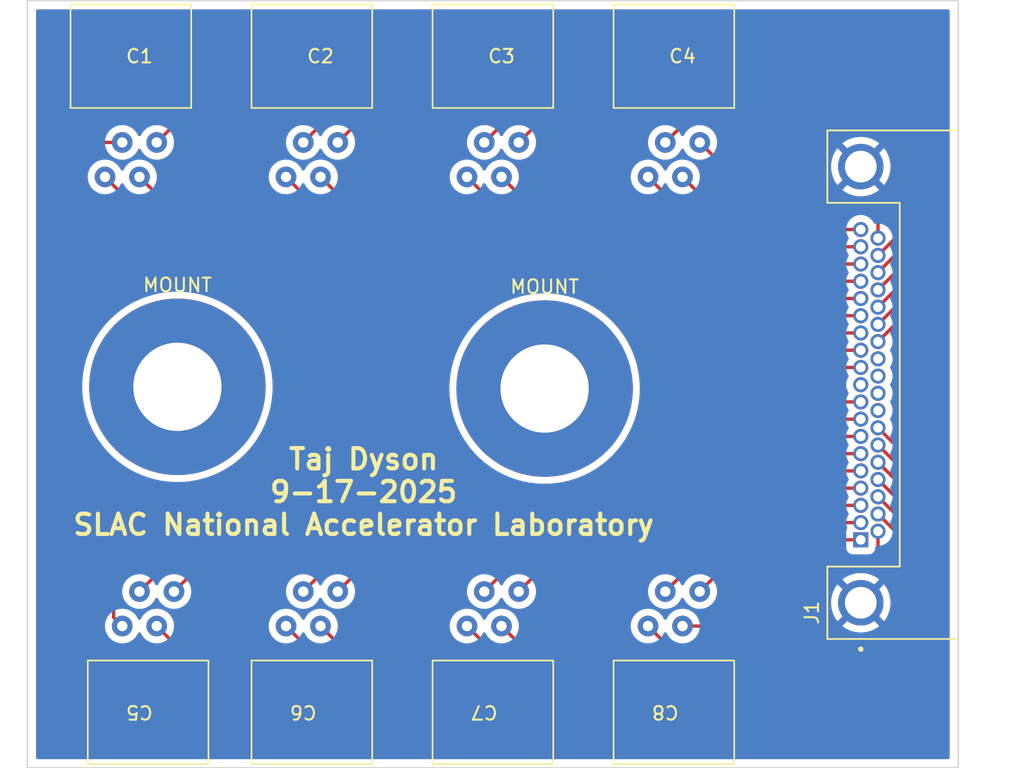
<source format=kicad_pcb>
(kicad_pcb (version 20211014) (generator pcbnew)

  (general
    (thickness 1.6)
  )

  (paper "A4")
  (layers
    (0 "F.Cu" signal)
    (31 "B.Cu" signal)
    (32 "B.Adhes" user "B.Adhesive")
    (33 "F.Adhes" user "F.Adhesive")
    (34 "B.Paste" user)
    (35 "F.Paste" user)
    (36 "B.SilkS" user "B.Silkscreen")
    (37 "F.SilkS" user "F.Silkscreen")
    (38 "B.Mask" user)
    (39 "F.Mask" user)
    (40 "Dwgs.User" user "User.Drawings")
    (41 "Cmts.User" user "User.Comments")
    (42 "Eco1.User" user "User.Eco1")
    (43 "Eco2.User" user "User.Eco2")
    (44 "Edge.Cuts" user)
    (45 "Margin" user)
    (46 "B.CrtYd" user "B.Courtyard")
    (47 "F.CrtYd" user "F.Courtyard")
    (48 "B.Fab" user)
    (49 "F.Fab" user)
    (50 "User.1" user)
    (51 "User.2" user)
    (52 "User.3" user)
    (53 "User.4" user)
    (54 "User.5" user)
    (55 "User.6" user)
    (56 "User.7" user)
    (57 "User.8" user)
    (58 "User.9" user)
  )

  (setup
    (pad_to_mask_clearance 0)
    (pcbplotparams
      (layerselection 0x00010fc_ffffffff)
      (disableapertmacros false)
      (usegerberextensions false)
      (usegerberattributes true)
      (usegerberadvancedattributes true)
      (creategerberjobfile true)
      (svguseinch false)
      (svgprecision 6)
      (excludeedgelayer true)
      (plotframeref false)
      (viasonmask false)
      (mode 1)
      (useauxorigin false)
      (hpglpennumber 1)
      (hpglpenspeed 20)
      (hpglpendiameter 15.000000)
      (dxfpolygonmode true)
      (dxfimperialunits true)
      (dxfusepcbnewfont true)
      (psnegative false)
      (psa4output false)
      (plotreference true)
      (plotvalue true)
      (plotinvisibletext false)
      (sketchpadsonfab false)
      (subtractmaskfromsilk false)
      (outputformat 1)
      (mirror false)
      (drillshape 1)
      (scaleselection 1)
      (outputdirectory "")
    )
  )

  (net 0 "")
  (net 1 "GND")
  (net 2 "unconnected-(J1-Pad28)")
  (net 3 "unconnected-(J1-Pad29)")
  (net 4 "unconnected-(J1-Pad30)")
  (net 5 "unconnected-(J1-Pad10)")
  (net 6 "Net-(C1-Pad3)")
  (net 7 "Net-(C5-Pad3)")
  (net 8 "Net-(C5-Pad4)")
  (net 9 "Net-(C6-Pad1)")
  (net 10 "Net-(C6-Pad2)")
  (net 11 "Net-(C6-Pad3)")
  (net 12 "Net-(C6-Pad4)")
  (net 13 "Net-(C7-Pad1)")
  (net 14 "Net-(C7-Pad2)")
  (net 15 "Net-(C7-Pad3)")
  (net 16 "Net-(C7-Pad4)")
  (net 17 "Net-(C1-Pad4)")
  (net 18 "Net-(C8-Pad2)")
  (net 19 "Net-(C5-Pad1)")
  (net 20 "Net-(C5-Pad2)")
  (net 21 "Net-(C8-Pad1)")
  (net 22 "unconnected-(J1-Pad27)")
  (net 23 "Net-(C1-Pad1)")
  (net 24 "Net-(C1-Pad2)")
  (net 25 "Net-(C8-Pad3)")
  (net 26 "Net-(C8-Pad4)")
  (net 27 "Net-(C2-Pad1)")
  (net 28 "Net-(C2-Pad2)")
  (net 29 "Net-(C2-Pad3)")
  (net 30 "Net-(C2-Pad4)")
  (net 31 "Net-(C3-Pad1)")
  (net 32 "Net-(C3-Pad2)")
  (net 33 "Net-(C3-Pad3)")
  (net 34 "Net-(C3-Pad4)")
  (net 35 "Net-(C4-Pad1)")
  (net 36 "Net-(C4-Pad2)")
  (net 37 "Net-(C4-Pad3)")
  (net 38 "Net-(C4-Pad4)")

  (footprint "Omnetics_microD:OMNETICS_A98055-037" (layer "F.Cu") (at 234.1118 97.5055 90))

  (footprint "MountingHole:MountingHole_6.5mm_Pad" (layer "F.Cu") (at 183.769 97.663))

  (footprint "MountingHole:MountingHole_6.5mm_Pad" (layer "F.Cu") (at 210.82 97.79))

  (footprint "Glenair_Connectors:171-006-6P-.110-BL" (layer "F.Cu") (at 179.705 115.286 180))

  (footprint "Glenair_Connectors:171-006-6P-.110-BL" (layer "F.Cu") (at 222.25 79.659))

  (footprint "Glenair_Connectors:171-006-6P-.110-BL" (layer "F.Cu") (at 218.44 115.286 180))

  (footprint "Glenair_Connectors:171-006-6P-.110-BL" (layer "F.Cu") (at 208.915 79.659))

  (footprint "Glenair_Connectors:171-006-6P-.110-BL" (layer "F.Cu") (at 195.58 79.659))

  (footprint "Glenair_Connectors:171-006-6P-.110-BL" (layer "F.Cu") (at 205.105 115.286 180))

  (footprint "Glenair_Connectors:171-006-6P-.110-BL" (layer "F.Cu") (at 191.77 115.286 180))

  (footprint "Glenair_Connectors:171-006-6P-.110-BL" (layer "F.Cu") (at 182.245 79.659))

  (gr_rect locked (start 241.3 69.215) (end 172.72 125.73) (layer "Edge.Cuts") (width 0.1) (fill none) (tstamp 0e27987b-28e9-4d8e-a3be-eea23f7b9855))
  (gr_text "Taj Dyson\n9-17-2025\nSLAC National Accelerator Laboratory" (at 197.485 105.41) (layer "F.SilkS") (tstamp c7a34a27-60e0-41d9-b207-92be7a0ae8c8)
    (effects (font (size 1.5 1.5) (thickness 0.3)))
  )

  (segment (start 179.07 88.265) (end 213.995 88.265) (width 0.25) (layer "F.Cu") (net 6) (tstamp 22aa75f3-93fe-4281-8749-ae68c15a3745))
  (segment (start 213.995 88.265) (end 221.9655 96.2355) (width 0.25) (layer "F.Cu") (net 6) (tstamp 6cd2200a-a0d3-4da3-8d20-9bd0acf2dcd2))
  (segment (start 221.9655 96.2355) (end 234.1118 96.2355) (width 0.25) (layer "F.Cu") (net 6) (tstamp 7b2f8f70-5ec1-4cdb-9b74-feee2650d47c))
  (segment (start 175.895 81.915) (end 175.895 85.09) (width 0.25) (layer "F.Cu") (net 6) (tstamp a74d90b5-caf6-4d6f-941e-923dd806eeb2))
  (segment (start 178.151 79.659) (end 175.895 81.915) (width 0.25) (layer "F.Cu") (net 6) (tstamp c370ef59-dced-4ad9-b2cf-9b59767bea8e))
  (segment (start 175.895 85.09) (end 179.07 88.265) (width 0.25) (layer "F.Cu") (net 6) (tstamp d23e226b-7a1c-4e8b-be85-a7fbd149b633))
  (segment (start 179.705 79.659) (end 178.151 79.659) (width 0.25) (layer "F.Cu") (net 6) (tstamp d64b8894-2e97-4a21-9789-fc8035ee8846))
  (segment (start 236.855 120.65) (end 240.03 117.475) (width 0.25) (layer "F.Cu") (net 7) (tstamp 02b19e34-a3de-48b9-95e9-4f336b098fba))
  (segment (start 182.245 115.286) (end 187.609 120.65) (width 0.25) (layer "F.Cu") (net 7) (tstamp 37ec6e98-9c14-476e-ba0a-3f16eb0346d2))
  (segment (start 240.03 105.3287) (end 235.3818 100.6805) (width 0.25) (layer "F.Cu") (net 7) (tstamp 3b190f6d-b8a7-458d-9ea4-8580928ea9d4))
  (segment (start 240.03 117.475) (end 240.03 105.3287) (width 0.25) (layer "F.Cu") (net 7) (tstamp 50b0058c-17bb-47fa-a2f4-ee5c9ade1e5d))
  (segment (start 187.609 120.65) (end 236.855 120.65) (width 0.25) (layer "F.Cu") (net 7) (tstamp dab863d5-e64b-4a02-ae4c-9814e3f02249))
  (segment (start 183.515 112.746) (end 187.676 108.585) (width 0.25) (layer "F.Cu") (net 8) (tstamp 41d38372-737b-4dd0-aac4-014a837be09c))
  (segment (start 221.8995 101.3155) (end 234.1118 101.3155) (width 0.25) (layer "F.Cu") (net 8) (tstamp 592452fd-2365-4599-91e9-205fdb6034fa))
  (segment (start 187.676 108.585) (end 214.63 108.585) (width 0.25) (layer "F.Cu") (net 8) (tstamp 6891a2d0-7648-411d-81b2-a4ea21cb4314))
  (segment (start 214.63 108.585) (end 221.8995 101.3155) (width 0.25) (layer "F.Cu") (net 8) (tstamp fa2669ae-1b8e-487a-a245-ce6681883a61))
  (segment (start 191.77 115.286) (end 196.579 120.095) (width 0.25) (layer "F.Cu") (net 9) (tstamp 29de49a9-a858-48bc-a801-6a48e9a1c968))
  (segment (start 239.395 116.84) (end 239.395 105.9637) (width 0.25) (layer "F.Cu") (net 9) (tstamp 47dd14ca-a18e-4b96-909a-b373a3037d1e))
  (segment (start 236.14 120.095) (end 239.395 116.84) (width 0.25) (layer "F.Cu") (net 9) (tstamp 8b41cf91-7efa-4ae3-87d3-cf8c6c5ad0fc))
  (segment (start 196.579 120.095) (end 236.14 120.095) (width 0.25) (layer "F.Cu") (net 9) (tstamp 96ec3d4f-6a3b-48ad-9fd0-c4a6e458f1ad))
  (segment (start 239.395 105.9637) (end 235.3818 101.9505) (width 0.25) (layer "F.Cu") (net 9) (tstamp b8d34d4d-c801-4ab4-a6ad-74a7d17a7d6d))
  (segment (start 196.566 109.22) (end 193.04 112.746) (width 0.25) (layer "F.Cu") (net 10) (tstamp 54b669e6-90c7-42d7-beeb-6990ad87149d))
  (segment (start 215.265 109.22) (end 196.566 109.22) (width 0.25) (layer "F.Cu") (net 10) (tstamp 6d69945e-32cd-43c0-8e8a-237c1701f896))
  (segment (start 221.8995 102.5855) (end 215.265 109.22) (width 0.25) (layer "F.Cu") (net 10) (tstamp 74ffda68-4fe4-47c4-9a76-96a2090b47e6))
  (segment (start 234.1118 102.5855) (end 221.8995 102.5855) (width 0.25) (layer "F.Cu") (net 10) (tstamp f8d4fd56-5bea-4e69-ab8f-206d67050405))
  (segment (start 238.76 116.205) (end 238.76 106.5987) (width 0.25) (layer "F.Cu") (net 11) (tstamp 408a449b-526d-4ef0-bdc9-bbeee8ade184))
  (segment (start 238.76 106.5987) (end 235.3818 103.2205) (width 0.25) (layer "F.Cu") (net 11) (tstamp 694a8308-90aa-4ea6-8415-267e15cb5066))
  (segment (start 194.31 115.286) (end 198.404 119.38) (width 0.25) (layer "F.Cu") (net 11) (tstamp 803042d8-024d-4a8d-9113-19bf6ee60ced))
  (segment (start 235.585 119.38) (end 238.76 116.205) (width 0.25) (layer "F.Cu") (net 11) (tstamp ca03af93-a7a4-4371-9168-1c287141ca45))
  (segment (start 198.404 119.38) (end 235.585 119.38) (width 0.25) (layer "F.Cu") (net 11) (tstamp fb470cc5-d144-45a6-9818-927895018845))
  (segment (start 195.58 112.746) (end 198.471 109.855) (width 0.25) (layer "F.Cu") (net 12) (tstamp 24ba7127-75a3-4f1c-82e2-fef1ca6b40aa))
  (segment (start 221.8995 103.8555) (end 234.1118 103.8555) (width 0.25) (layer "F.Cu") (net 12) (tstamp 5f539cfd-0e52-45b9-a253-e5c64571d140))
  (segment (start 215.9 109.855) (end 221.8995 103.8555) (width 0.25) (layer "F.Cu") (net 12) (tstamp 6e769519-da11-4b15-83f5-a71f3962131b))
  (segment (start 198.471 109.855) (end 215.9 109.855) (width 0.25) (layer "F.Cu") (net 12) (tstamp 7d1990ed-cbda-40f8-93c1-daae436276cb))
  (segment (start 235.10875 118.745) (end 238.125 115.72875) (width 0.25) (layer "F.Cu") (net 13) (tstamp 7fc2b91c-b31f-4da4-9cf6-f5a140f7897c))
  (segment (start 238.125 107.2337) (end 235.3818 104.4905) (width 0.25) (layer "F.Cu") (net 13) (tstamp 922e6aa0-9a15-4ff5-9116-53f83aa8f6d4))
  (segment (start 205.105 115.286) (end 208.564 118.745) (width 0.25) (layer "F.Cu") (net 13) (tstamp d5cd3cda-ca05-4d51-a7af-a68cf13f40c1))
  (segment (start 238.125 115.72875) (end 238.125 107.2337) (width 0.25) (layer "F.Cu") (net 13) (tstamp df8c5a53-8063-4d0e-800e-dd5141641fc1))
  (segment (start 208.564 118.745) (end 235.10875 118.745) (width 0.25) (layer "F.Cu") (net 13) (tstamp ece5b4d8-c3e5-45d1-8bd4-569d42270166))
  (segment (start 206.375 112.746) (end 208.631 110.49) (width 0.25) (layer "F.Cu") (net 14) (tstamp 0ebe41ed-3042-4678-9e54-c4d34471fcc5))
  (segment (start 208.631 110.49) (end 216.535 110.49) (width 0.25) (layer "F.Cu") (net 14) (tstamp 34a9e849-d482-4673-b35c-9703952abbb6))
  (segment (start 221.8995 105.1255) (end 234.1118 105.1255) (width 0.25) (layer "F.Cu") (net 14) (tstamp a2810bac-9d39-4c2a-827a-f417f3d45639))
  (segment (start 216.535 110.49) (end 221.8995 105.1255) (width 0.25) (layer "F.Cu") (net 14) (tstamp e39a6c0f-ee59-459c-a076-c064cb43dacd))
  (segment (start 207.645 115.286) (end 210.469 118.11) (width 0.25) (layer "F.Cu") (net 15) (tstamp 0ecc0662-3235-445d-aefa-e2fbecfb8237))
  (segment (start 210.469 118.11) (end 234.6325 118.11) (width 0.25) (layer "F.Cu") (net 15) (tstamp 437deaad-1372-4fa4-b85f-5c4b365eca6b))
  (segment (start 237.49 115.2525) (end 237.49 107.8687) (width 0.25) (layer "F.Cu") (net 15) (tstamp 4fa4338f-b908-4d24-8980-124a8413bffa))
  (segment (start 234.6325 118.11) (end 237.49 115.2525) (width 0.25) (layer "F.Cu") (net 15) (tstamp 9dd4406e-6d5d-438d-a0df-c076ad81755d))
  (segment (start 237.49 107.8687) (end 235.3818 105.7605) (width 0.25) (layer "F.Cu") (net 15) (tstamp a5e5c116-e941-470e-af8f-347fcbf613bd))
  (segment (start 221.8995 106.3955) (end 234.1118 106.3955) (width 0.25) (layer "F.Cu") (net 16) (tstamp 14731bc2-a700-4199-9e2f-9dbf7135c8df))
  (segment (start 208.915 112.746) (end 210.536 111.125) (width 0.25) (layer "F.Cu") (net 16) (tstamp 8a87a5c1-a613-47d5-bab8-85a5fb1264d3))
  (segment (start 210.536 111.125) (end 217.17 111.125) (width 0.25) (layer "F.Cu") (net 16) (tstamp d1f6251e-be0e-4a16-ac51-a26f6fb2c55c))
  (segment (start 217.17 111.125) (end 221.8995 106.3955) (width 0.25) (layer "F.Cu") (net 16) (tstamp e57ce5a3-894d-4df3-8c34-4e7cf1930664))
  (segment (start 183.866 87.63) (end 214.627906 87.63) (width 0.25) (layer "F.Cu") (net 17) (tstamp 2be7f0ac-12a7-4625-9ff9-6364538787f9))
  (segment (start 178.435 82.199) (end 183.866 87.63) (width 0.25) (layer "F.Cu") (net 17) (tstamp 44e3d896-83ea-408a-9d6e-3ea7183154ce))
  (segment (start 221.963406 94.9655) (end 234.1118 94.9655) (width 0.25) (layer "F.Cu") (net 17) (tstamp 8f41516b-9cef-4252-bcdf-aedd84923811))
  (segment (start 214.627906 87.63) (end 221.963406 94.9655) (width 0.25) (layer "F.Cu") (net 17) (tstamp da649b7f-a2c6-4d30-b90e-0147bcc9bf85))
  (segment (start 219.71 112.746) (end 224.7905 107.6655) (width 0.25) (layer "F.Cu") (net 18) (tstamp 1eb32860-acaf-4435-b870-f94867db4c74))
  (segment (start 224.7905 107.6655) (end 234.1118 107.6655) (width 0.25) (layer "F.Cu") (net 18) (tstamp 25c33303-f6e5-4053-b946-b97a339c8c8e))
  (segment (start 234.1118 98.7755) (end 221.8995 98.7755) (width 0.25) (layer "F.Cu") (net 19) (tstamp 17117c81-1a7a-41b8-8473-fce16e2dbaa5))
  (segment (start 179.07 112.013992) (end 179.07 114.651) (width 0.25) (layer "F.Cu") (net 19) (tstamp 2dc3ca77-a745-4aa2-9495-55e62aea3d96))
  (segment (start 221.8995 98.7755) (end 213.36 107.315) (width 0.25) (layer "F.Cu") (net 19) (tstamp 2dfd01e1-156a-4a0f-9c7e-cb00cbd7ebc5))
  (segment (start 213.36 107.315) (end 183.768992 107.315) (width 0.25) (layer "F.Cu") (net 19) (tstamp 971f4fe4-ed8f-4148-b036-280de1c49f68))
  (segment (start 183.768992 107.315) (end 179.07 112.013992) (width 0.25) (layer "F.Cu") (net 19) (tstamp 9b021e83-013b-4f6f-8af9-9c5277a48977))
  (segment (start 179.07 114.651) (end 179.705 115.286) (width 0.25) (layer "F.Cu") (net 19) (tstamp ac7df01e-f3df-4082-b065-27a07d528177))
  (segment (start 213.995 107.95) (end 185.771 107.95) (width 0.25) (layer "F.Cu") (net 20) (tstamp 4e95a341-05b1-429e-a264-7716f1af820a))
  (segment (start 221.8995 100.0455) (end 213.995 107.95) (width 0.25) (layer "F.Cu") (net 20) (tstamp 5a09a6a1-97f2-4bc8-a9cc-2c7e8ab97112))
  (segment (start 185.771 107.95) (end 180.975 112.746) (width 0.25) (layer "F.Cu") (net 20) (tstamp 7e5d4dba-6bbf-4cf6-870a-0ca6191d0074))
  (segment (start 234.1118 100.0455) (end 221.8995 100.0455) (width 0.25) (layer "F.Cu") (net 20) (tstamp 9d38c735-f3ae-4865-892b-9b5700586ba8))
  (segment (start 218.44 115.286) (end 220.629 117.475) (width 0.25) (layer "F.Cu") (net 21) (tstamp 10e3ede9-b635-4048-bc05-89e46fec46c7))
  (segment (start 220.629 117.475) (end 233.9975 117.475) (width 0.25) (layer "F.Cu") (net 21) (tstamp 2fe77275-7cc1-4e7b-8274-049e15d60354))
  (segment (start 233.9975 117.475) (end 236.855 114.6175) (width 0.25) (layer "F.Cu") (net 21) (tstamp 3ce0aa95-6a2c-484a-96bb-50f857255b32))
  (segment (start 236.855 108.5037) (end 235.3818 107.0305) (width 0.25) (layer "F.Cu") (net 21) (tstamp 401db436-71b8-4f6d-bf35-77d2a2b1313d))
  (segment (start 236.855 114.6175) (end 236.855 108.5037) (width 0.25) (layer "F.Cu") (net 21) (tstamp 57348fde-3e6d-4524-a45b-d4b066005a9c))
  (segment (start 237.49 74.295) (end 240.03 76.835) (width 0.25) (layer "F.Cu") (net 23) (tstamp 2689ca16-ff3b-42d1-acab-e67d48da304f))
  (segment (start 240.03 89.6823) (end 235.3818 94.3305) (width 0.25) (layer "F.Cu") (net 23) (tstamp 2cbeb561-1697-4e90-bc20-9110b79b3b5e))
  (segment (start 240.03 76.835) (end 240.03 89.6823) (width 0.25) (layer "F.Cu") (net 23) (tstamp 53979766-3460-4c72-bad6-1d5266d1dc0c))
  (segment (start 187.609 74.295) (end 237.49 74.295) (width 0.25) (layer "F.Cu") (net 23) (tstamp be26b026-2058-4363-a7f9-c2d946d646b2))
  (segment (start 182.245 79.659) (end 187.609 74.295) (width 0.25) (layer "F.Cu") (net 23) (tstamp c48b81f4-a1df-483c-90c1-cf40a45da966))
  (segment (start 185.771 86.995) (end 215.262208 86.995) (width 0.25) (layer "F.Cu") (net 24) (tstamp 0893aa78-4db2-4200-bd4b-7491d2dd2674))
  (segment (start 215.262208 86.995) (end 221.962708 93.6955) (width 0.25) (layer "F.Cu") (net 24) (tstamp 43ea0813-85cd-4fe8-b413-94b7dd08b2e6))
  (segment (start 221.962708 93.6955) (end 234.1118 93.6955) (width 0.25) (layer "F.Cu") (net 24) (tstamp 577af21e-0c7e-4d4e-be25-3ac38870c0b1))
  (segment (start 180.975 82.199) (end 185.771 86.995) (width 0.25) (layer "F.Cu") (net 24) (tstamp 6b4f0c1e-5847-424c-8422-f9015f99396d))
  (segment (start 235.3818 110.0582) (end 234.95 110.49) (width 0.25) (layer "F.Cu") (net 25) (tstamp 3368167a-48b5-409f-b40d-19f67f69cfe0))
  (segment (start 222.534 115.286) (end 220.98 115.286) (width 0.25) (layer "F.Cu") (net 25) (tstamp 77db931c-1fe9-4601-a977-617dc284b092))
  (segment (start 234.95 110.49) (end 227.33 110.49) (width 0.25) (layer "F.Cu") (net 25) (tstamp c2f0009b-0dfe-4528-ae2f-b37e0f361a45))
  (segment (start 235.3818 108.3005) (end 235.3818 110.0582) (width 0.25) (layer "F.Cu") (net 25) (tstamp e699053b-7e9f-4c8b-9502-1ed2cb9cc330))
  (segment (start 227.33 110.49) (end 222.534 115.286) (width 0.25) (layer "F.Cu") (net 25) (tstamp fa421128-8053-4089-91f1-fd3122be0cb1))
  (segment (start 226.0605 108.9355) (end 234.1118 108.9355) (width 0.25) (layer "F.Cu") (net 26) (tstamp 5baf0927-eb71-4af4-9ffb-b934ecf5c4b9))
  (segment (start 222.25 112.746) (end 226.0605 108.9355) (width 0.25) (layer "F.Cu") (net 26) (tstamp 6bad5468-5595-4810-900e-aa22181894e7))
  (segment (start 238.76 78.105) (end 238.76 88.4123) (width 0.25) (layer "F.Cu") (net 27) (tstamp 29395e49-8987-406d-b734-b7256136d6f1))
  (segment (start 199.674 75.565) (end 236.22 75.565) (width 0.25) (layer "F.Cu") (net 27) (tstamp 33a6cb82-e9f5-4c16-bc9a-85b46cebf328))
  (segment (start 195.58 79.659) (end 199.674 75.565) (width 0.25) (layer "F.Cu") (net 27) (tstamp 8de2e745-9706-4e94-b946-213392d11846))
  (segment (start 238.76 88.4123) (end 235.3818 91.7905) (width 0.25) (layer "F.Cu") (net 27) (tstamp ebf78aba-f039-4c1a-8316-ee79999575bf))
  (segment (start 236.22 75.565) (end 238.76 78.105) (width 0.25) (layer "F.Cu") (net 27) (tstamp f07f706a-d15b-4e87-964a-c60c66028c9e))
  (segment (start 194.31 82.199) (end 197.836 85.725) (width 0.25) (layer "F.Cu") (net 28) (tstamp 4cd4a2c4-fddc-45e2-8c9d-3dada1725e45))
  (segment (start 197.836 85.725) (end 216.535 85.725) (width 0.25) (layer "F.Cu") (net 28) (tstamp ae5a938f-568e-4d4b-95fd-7eb490941a06))
  (segment (start 216.535 85.725) (end 221.9655 91.1555) (width 0.25) (layer "F.Cu") (net 28) (tstamp c4639cd6-7560-4c72-885a-ed3b11c7f542))
  (segment (start 221.9655 91.1555) (end 234.1118 91.1555) (width 0.25) (layer "F.Cu") (net 28) (tstamp e9c3e084-7248-4720-ade3-810512743d73))
  (segment (start 239.395 77.47) (end 239.395 89.0473) (width 0.25) (layer "F.Cu") (net 29) (tstamp 1bf120ec-d294-4aa2-b0f9-045175439ea3))
  (segment (start 239.395 89.0473) (end 235.3818 93.0605) (width 0.25) (layer "F.Cu") (net 29) (tstamp 37e36c66-727b-4134-8331-32a1e10b0427))
  (segment (start 236.855 74.93) (end 239.395 77.47) (width 0.25) (layer "F.Cu") (net 29) (tstamp 4b48cdbf-0ea0-411a-80b2-b1bccb3811c7))
  (segment (start 193.04 79.659) (end 197.769 74.93) (width 0.25) (layer "F.Cu") (net 29) (tstamp 82b208bb-e93a-47b3-890b-32175729dac6))
  (segment (start 197.769 74.93) (end 236.855 74.93) (width 0.25) (layer "F.Cu") (net 29) (tstamp 84e36a6f-5f76-4c64-b8b6-e7d476d1aa4f))
  (segment (start 221.9655 92.4255) (end 234.1118 92.4255) (width 0.25) (layer "F.Cu") (net 30) (tstamp 49dc8420-8faa-42ba-9d73-0f3db74ec6ae))
  (segment (start 191.77 82.199) (end 195.931 86.36) (width 0.25) (layer "F.Cu") (net 30) (tstamp 518e8eb0-b80f-4ab0-89fa-766d06a4070f))
  (segment (start 215.9 86.36) (end 221.9655 92.4255) (width 0.25) (layer "F.Cu") (net 30) (tstamp 8f3023aa-a1cf-4be8-af27-ad76d0a42e8b))
  (segment (start 195.931 86.36) (end 215.9 86.36) (width 0.25) (layer "F.Cu") (net 30) (tstamp f6e6b52c-6c65-494a-9759-ed5f2bbd4b48))
  (segment (start 237.49 79.375) (end 237.49 87.122182) (width 0.25) (layer "F.Cu") (net 31) (tstamp 57721a57-037b-44a1-b0c9-11192776177a))
  (segment (start 234.95 76.835) (end 237.49 79.375) (width 0.25) (layer "F.Cu") (net 31) (tstamp 5bc6bdad-49b9-4dcb-a7c5-77f0c20f9ade))
  (segment (start 237.49 87.122182) (end 235.747882 88.8643) (width 0.25) (layer "F.Cu") (net 31) (tstamp 746415b2-acb2-4163-9c7b-10581e9724b5))
  (segment (start 208.915 79.659) (end 211.739 76.835) (width 0.25) (layer "F.Cu") (net 31) (tstamp af6af050-b9eb-46fb-b949-7dfb4897556b))
  (segment (start 211.739 76.835) (end 234.95 76.835) (width 0.25) (layer "F.Cu") (net 31) (tstamp e9e690a4-f9cb-4bdd-b7a4-64b94202759d))
  (segment (start 221.9655 88.6155) (end 234.1118 88.6155) (width 0.25) (layer "F.Cu") (net 32) (tstamp 319a5930-57f9-4a0a-b5de-cc42f7abdd6a))
  (segment (start 209.901 84.455) (end 217.805 84.455) (width 0.25) (layer "F.Cu") (net 32) (tstamp 40516184-ea12-4eac-8ef1-572de8b2c3e6))
  (segment (start 217.805 84.455) (end 221.9655 88.6155) (width 0.25) (layer "F.Cu") (net 32) (tstamp 55266465-f879-497c-b1b5-7c65ea38703b))
  (segment (start 207.645 82.199) (end 209.901 84.455) (width 0.25) (layer "F.Cu") (net 32) (tstamp a2ad7d9a-103b-4494-8972-f4ef09b3cba6))
  (segment (start 206.375 79.659) (end 209.834 76.2) (width 0.25) (layer "F.Cu") (net 33) (tstamp 072822d4-5f37-4318-9658-fc3c48e91b5d))
  (segment (start 238.125 78.744188) (end 238.125 87.7773) (width 0.25) (layer "F.Cu") (net 33) (tstamp 4b2aa949-b05b-42d8-bb9c-66a3690fe4ee))
  (segment (start 238.125 87.7773) (end 235.3818 90.5205) (width 0.25) (layer "F.Cu") (net 33) (tstamp 60d8fb2e-8a40-4eb7-b018-166bf67f3c6d))
  (segment (start 235.580812 76.2) (end 238.125 78.744188) (width 0.25) (layer "F.Cu") (net 33) (tstamp b333ee10-e9c5-4fcc-ae4c-cf6ff2c91a6b))
  (segment (start 209.834 76.2) (end 235.580812 76.2) (width 0.25) (layer "F.Cu") (net 33) (tstamp d6ea677b-c6be-4755-84e5-4d6d9f51552f))
  (segment (start 221.9655 89.8855) (end 234.1118 89.8855) (width 0.25) (layer "F.Cu") (net 34) (tstamp 45ef16c1-57dc-4908-88c7-9c6cefee2f13))
  (segment (start 205.105 82.199) (end 207.996 85.09) (width 0.25) (layer "F.Cu") (net 34) (tstamp 789f934b-7953-4258-95be-23ded149769d))
  (segment (start 207.996 85.09) (end 217.17 85.09) (width 0.25) (layer "F.Cu") (net 34) (tstamp 7957fa9f-18d4-46c9-a71b-19ff92179298))
  (segment (start 217.17 85.09) (end 221.9655 89.8855) (width 0.25) (layer "F.Cu") (net 34) (tstamp ecaab162-7d16-430e-bf58-058e214dedbf))
  (segment (start 235.3818 84.8868) (end 235.3818 86.7105) (width 0.25) (layer "F.Cu") (net 35) (tstamp 0737acb9-0e9d-4036-b4a8-483dfecc69bf))
  (segment (start 227.046 84.455) (end 234.95 84.455) (width 0.25) (layer "F.Cu") (net 35) (tstamp 31059b54-5b9d-4e57-bd93-8a046d2d9dcd))
  (segment (start 222.25 79.659) (end 227.046 84.455) (width 0.25) (layer "F.Cu") (net 35) (tstamp 3122fd18-2556-426d-ba52-f7a5c863b909))
  (segment (start 234.95 84.455) (end 235.3818 84.8868) (width 0.25) (layer "F.Cu") (net 35) (tstamp f3173542-e996-4709-b5ea-f31f9088daf1))
  (segment (start 224.8565 86.0755) (end 234.1118 86.0755) (width 0.25) (layer "F.Cu") (net 36) (tstamp 033cb599-4a93-4317-b2e0-a48164c1bb15))
  (segment (start 220.98 82.199) (end 224.8565 86.0755) (width 0.25) (layer "F.Cu") (net 36) (tstamp db6fadad-1a20-4f3c-844c-6714165bc74c))
  (segment (start 234.315 77.47) (end 236.855 80.01) (width 0.25) (layer "F.Cu") (net 37) (tstamp 2db77adb-3cb5-4f3b-ae37-2a3558283034))
  (segment (start 221.899 77.47) (end 234.315 77.47) (width 0.25) (layer "F.Cu") (net 37) (tstamp 76b9aea7-0863-42b4-915c-5f20a4fff9cd))
  (segment (start 236.855 86.5073) (end 235.3818 87.9805) (width 0.25) (layer "F.Cu") (net 37) (tstamp 79c66496-aa7d-4fe0-ab2f-8fa18d0236ef))
  (segment (start 236.855 80.01) (end 236.855 86.5073) (width 0.25) (layer "F.Cu") (net 37) (tstamp 9586622f-1d85-4afe-b8f9-0f4e4b5667b3))
  (segment (start 219.71 79.659) (end 221.899 77.47) (width 0.25) (layer "F.Cu") (net 37) (tstamp fc809b9b-8024-4cdc-ae2a-9bc38407126a))
  (segment (start 223.5865 87.3455) (end 234.1118 87.3455) (width 0.25) (layer "F.Cu") (net 38) (tstamp 66898287-51eb-425a-9cb2-cd4735ca54c4))
  (segment (start 218.44 82.199) (end 223.5865 87.3455) (width 0.25) (layer "F.Cu") (net 38) (tstamp cb61b3ad-f555-48c3-a17b-3ba137c05f4c))

  (zone locked (net 1) (net_name "GND") (layer "B.Cu") (tstamp f959c029-e9e6-4a01-bbbe-e05b2b47358e) (hatch edge 0.508)
    (connect_pads (clearance 0.508))
    (min_thickness 0.254) (filled_areas_thickness no)
    (fill yes (thermal_gap 0.508) (thermal_bridge_width 0.508))
    (polygon
      (pts
        (xy 240.665 125.095)
        (xy 173.355 125.095)
        (xy 173.355 69.85)
        (xy 240.665 69.85)
      )
    )
    (filled_polygon
      (layer "B.Cu")
      (pts
        (xy 240.607121 69.870002)
        (xy 240.653614 69.923658)
        (xy 240.665 69.976)
        (xy 240.665 124.969)
        (xy 240.644998 125.037121)
        (xy 240.591342 125.083614)
        (xy 240.539 125.095)
        (xy 173.481 125.095)
        (xy 173.412879 125.074998)
        (xy 173.366386 125.021342)
        (xy 173.355 124.969)
        (xy 173.355 115.286)
        (xy 178.429647 115.286)
        (xy 178.449022 115.507463)
        (xy 178.450446 115.512776)
        (xy 178.50287 115.708423)
        (xy 178.50656 115.722196)
        (xy 178.508882 115.727177)
        (xy 178.508883 115.727178)
        (xy 178.598186 115.918689)
        (xy 178.598189 115.918694)
        (xy 178.600512 115.923676)
        (xy 178.728023 116.105781)
        (xy 178.885219 116.262977)
        (xy 178.889727 116.266134)
        (xy 178.88973 116.266136)
        (xy 178.965495 116.319187)
        (xy 179.067323 116.390488)
        (xy 179.072305 116.392811)
        (xy 179.07231 116.392814)
        (xy 179.263822 116.482117)
        (xy 179.268804 116.48444)
        (xy 179.274112 116.485862)
        (xy 179.274114 116.485863)
        (xy 179.339949 116.503503)
        (xy 179.483537 116.541978)
        (xy 179.705 116.561353)
        (xy 179.926463 116.541978)
        (xy 180.070051 116.503503)
        (xy 180.135886 116.485863)
        (xy 180.135888 116.485862)
        (xy 180.141196 116.48444)
        (xy 180.146178 116.482117)
        (xy 180.33769 116.392814)
        (xy 180.337695 116.392811)
        (xy 180.342677 116.390488)
        (xy 180.444505 116.319187)
        (xy 180.52027 116.266136)
        (xy 180.520273 116.266134)
        (xy 180.524781 116.262977)
        (xy 180.681977 116.105781)
        (xy 180.809488 115.923676)
        (xy 180.811811 115.918694)
        (xy 180.811814 115.918689)
        (xy 180.860805 115.813627)
        (xy 180.907723 115.760342)
        (xy 180.976 115.740881)
        (xy 181.04396 115.761423)
        (xy 181.089195 115.813627)
        (xy 181.138186 115.918689)
        (xy 181.138189 115.918694)
        (xy 181.140512 115.923676)
        (xy 181.268023 116.105781)
        (xy 181.425219 116.262977)
        (xy 181.429727 116.266134)
        (xy 181.42973 116.266136)
        (xy 181.505495 116.319187)
        (xy 181.607323 116.390488)
        (xy 181.612305 116.392811)
        (xy 181.61231 116.392814)
        (xy 181.803822 116.482117)
        (xy 181.808804 116.48444)
        (xy 181.814112 116.485862)
        (xy 181.814114 116.485863)
        (xy 181.879949 116.503503)
        (xy 182.023537 116.541978)
        (xy 182.245 116.561353)
        (xy 182.466463 116.541978)
        (xy 182.610051 116.503503)
        (xy 182.675886 116.485863)
        (xy 182.675888 116.485862)
        (xy 182.681196 116.48444)
        (xy 182.686178 116.482117)
        (xy 182.87769 116.392814)
        (xy 182.877695 116.392811)
        (xy 182.882677 116.390488)
        (xy 182.984505 116.319187)
        (xy 183.06027 116.266136)
        (xy 183.060273 116.266134)
        (xy 183.064781 116.262977)
        (xy 183.221977 116.105781)
        (xy 183.349488 115.923676)
        (xy 183.351811 115.918694)
        (xy 183.351814 115.918689)
        (xy 183.441117 115.727178)
        (xy 183.441118 115.727177)
        (xy 183.44344 115.722196)
        (xy 183.447131 115.708423)
        (xy 183.499554 115.512776)
        (xy 183.500978 115.507463)
        (xy 183.520353 115.286)
        (xy 190.494647 115.286)
        (xy 190.514022 115.507463)
        (xy 190.515446 115.512776)
        (xy 190.56787 115.708423)
        (xy 190.57156 115.722196)
        (xy 190.573882 115.727177)
        (xy 190.573883 115.727178)
        (xy 190.663186 115.918689)
        (xy 190.663189 115.918694)
        (xy 190.665512 115.923676)
        (xy 190.793023 116.105781)
        (xy 190.950219 116.262977)
        (xy 190.954727 116.266134)
        (xy 190.95473 116.266136)
        (xy 191.030495 116.319187)
        (xy 191.132323 116.390488)
        (xy 191.137305 116.392811)
        (xy 191.13731 116.392814)
        (xy 191.328822 116.482117)
        (xy 191.333804 116.48444)
        (xy 191.339112 116.485862)
        (xy 191.339114 116.485863)
        (xy 191.404949 116.503503)
        (xy 191.548537 116.541978)
        (xy 191.77 116.561353)
        (xy 191.991463 116.541978)
        (xy 192.135051 116.503503)
        (xy 192.200886 116.485863)
        (xy 192.200888 116.485862)
        (xy 192.206196 116.48444)
        (xy 192.211178 116.482117)
        (xy 192.40269 116.392814)
        (xy 192.402695 116.392811)
        (xy 192.407677 116.390488)
        (xy 192.509505 116.319187)
        (xy 192.58527 116.266136)
        (xy 192.585273 116.266134)
        (xy 192.589781 116.262977)
        (xy 192.746977 116.105781)
        (xy 192.874488 115.923676)
        (xy 192.876811 115.918694)
        (xy 192.876814 115.918689)
        (xy 192.925805 115.813627)
        (xy 192.972723 115.760342)
        (xy 193.041 115.740881)
        (xy 193.10896 115.761423)
        (xy 193.154195 115.813627)
        (xy 193.203186 115.918689)
        (xy 193.203189 115.918694)
        (xy 193.205512 115.923676)
        (xy 193.333023 116.105781)
        (xy 193.490219 116.262977)
        (xy 193.494727 116.266134)
        (xy 193.49473 116.266136)
        (xy 193.570495 116.319187)
        (xy 193.672323 116.390488)
        (xy 193.677305 116.392811)
        (xy 193.67731 116.392814)
        (xy 193.868822 116.482117)
        (xy 193.873804 116.48444)
        (xy 193.879112 116.485862)
        (xy 193.879114 116.485863)
        (xy 193.944949 116.503503)
        (xy 194.088537 116.541978)
        (xy 194.31 116.561353)
        (xy 194.531463 116.541978)
        (xy 194.675051 116.503503)
        (xy 194.740886 116.485863)
        (xy 194.740888 116.485862)
        (xy 194.746196 116.48444)
        (xy 194.751178 116.482117)
        (xy 194.94269 116.392814)
        (xy 194.942695 116.392811)
        (xy 194.947677 116.390488)
        (xy 195.049505 116.319187)
        (xy 195.12527 116.266136)
        (xy 195.125273 116.266134)
        (xy 195.129781 116.262977)
        (xy 195.286977 116.105781)
        (xy 195.414488 115.923676)
        (xy 195.416811 115.918694)
        (xy 195.416814 115.918689)
        (xy 195.506117 115.727178)
        (xy 195.506118 115.727177)
        (xy 195.50844 115.722196)
        (xy 195.512131 115.708423)
        (xy 195.564554 115.512776)
        (xy 195.565978 115.507463)
        (xy 195.585353 115.286)
        (xy 203.829647 115.286)
        (xy 203.849022 115.507463)
        (xy 203.850446 115.512776)
        (xy 203.90287 115.708423)
        (xy 203.90656 115.722196)
        (xy 203.908882 115.727177)
        (xy 203.908883 115.727178)
        (xy 203.998186 115.918689)
        (xy 203.998189 115.918694)
        (xy 204.000512 115.923676)
        (xy 204.128023 116.105781)
        (xy 204.285219 116.262977)
        (xy 204.289727 116.266134)
        (xy 204.28973 116.266136)
        (xy 204.365495 116.319187)
        (xy 204.467323 116.390488)
        (xy 204.472305 116.392811)
        (xy 204.47231 116.392814)
        (xy 204.663822 116.482117)
        (xy 204.668804 116.48444)
        (xy 204.674112 116.485862)
        (xy 204.674114 116.485863)
        (xy 204.739949 116.503503)
        (xy 204.883537 116.541978)
        (xy 205.105 116.561353)
        (xy 205.326463 116.541978)
        (xy 205.470051 116.503503)
        (xy 205.535886 116.485863)
        (xy 205.535888 116.485862)
        (xy 205.541196 116.48444)
        (xy 205.546178 116.482117)
        (xy 205.73769 116.392814)
        (xy 205.737695 116.392811)
        (xy 205.742677 116.390488)
        (xy 205.844505 116.319187)
        (xy 205.92027 116.266136)
        (xy 205.920273 116.266134)
        (xy 205.924781 116.262977)
        (xy 206.081977 116.105781)
        (xy 206.209488 115.923676)
        (xy 206.211811 115.918694)
        (xy 206.211814 115.918689)
        (xy 206.260805 115.813627)
        (xy 206.307723 115.760342)
        (xy 206.376 115.740881)
        (xy 206.44396 115.761423)
        (xy 206.489195 115.813627)
        (xy 206.538186 115.918689)
        (xy 206.538189 115.918694)
        (xy 206.540512 115.923676)
        (xy 206.668023 116.105781)
        (xy 206.825219 116.262977)
        (xy 206.829727 116.266134)
        (xy 206.82973 116.266136)
        (xy 206.905495 116.319187)
        (xy 207.007323 116.390488)
        (xy 207.012305 116.392811)
        (xy 207.01231 116.392814)
        (xy 207.203822 116.482117)
        (xy 207.208804 116.48444)
        (xy 207.214112 116.485862)
        (xy 207.214114 116.485863)
        (xy 207.279949 116.503503)
        (xy 207.423537 116.541978)
        (xy 207.645 116.561353)
        (xy 207.866463 116.541978)
        (xy 208.010051 116.503503)
        (xy 208.075886 116.485863)
        (xy 208.075888 116.485862)
        (xy 208.081196 116.48444)
        (xy 208.086178 116.482117)
        (xy 208.27769 116.392814)
        (xy 208.277695 116.392811)
        (xy 208.282677 116.390488)
        (xy 208.384505 116.319187)
        (xy 208.46027 116.266136)
        (xy 208.460273 116.266134)
        (xy 208.464781 116.262977)
        (xy 208.621977 116.105781)
        (xy 208.749488 115.923676)
        (xy 208.751811 115.918694)
        (xy 208.751814 115.918689)
        (xy 208.841117 115.727178)
        (xy 208.841118 115.727177)
        (xy 208.84344 115.722196)
        (xy 208.847131 115.708423)
        (xy 208.899554 115.512776)
        (xy 208.900978 115.507463)
        (xy 208.920353 115.286)
        (xy 217.164647 115.286)
        (xy 217.184022 115.507463)
        (xy 217.185446 115.512776)
        (xy 217.23787 115.708423)
        (xy 217.24156 115.722196)
        (xy 217.243882 115.727177)
        (xy 217.243883 115.727178)
        (xy 217.333186 115.918689)
        (xy 217.333189 115.918694)
        (xy 217.335512 115.923676)
        (xy 217.463023 116.105781)
        (xy 217.620219 116.262977)
        (xy 217.624727 116.266134)
        (xy 217.62473 116.266136)
        (xy 217.700495 116.319187)
        (xy 217.802323 116.390488)
        (xy 217.807305 116.392811)
        (xy 217.80731 116.392814)
        (xy 217.998822 116.482117)
        (xy 218.003804 116.48444)
        (xy 218.009112 116.485862)
        (xy 218.009114 116.485863)
        (xy 218.074949 116.503503)
        (xy 218.218537 116.541978)
        (xy 218.44 116.561353)
        (xy 218.661463 116.541978)
        (xy 218.805051 116.503503)
        (xy 218.870886 116.485863)
        (xy 218.870888 116.485862)
        (xy 218.876196 116.48444)
        (xy 218.881178 116.482117)
        (xy 219.07269 116.392814)
        (xy 219.072695 116.392811)
        (xy 219.077677 116.390488)
        (xy 219.179505 116.319187)
        (xy 219.25527 116.266136)
        (xy 219.255273 116.266134)
        (xy 219.259781 116.262977)
        (xy 219.416977 116.105781)
        (xy 219.544488 115.923676)
        (xy 219.546811 115.918694)
        (xy 219.546814 115.918689)
        (xy 219.595805 115.813627)
        (xy 219.642723 115.760342)
        (xy 219.711 115.740881)
        (xy 219.77896 115.761423)
        (xy 219.824195 115.813627)
        (xy 219.873186 115.918689)
        (xy 219.873189 115.918694)
        (xy 219.875512 115.923676)
        (xy 220.003023 116.105781)
        (xy 220.160219 116.262977)
        (xy 220.164727 116.266134)
        (xy 220.16473 116.266136)
        (xy 220.240495 116.319187)
        (xy 220.342323 116.390488)
        (xy 220.347305 116.392811)
        (xy 220.34731 116.392814)
        (xy 220.538822 116.482117)
        (xy 220.543804 116.48444)
        (xy 220.549112 116.485862)
        (xy 220.549114 116.485863)
        (xy 220.614949 116.503503)
        (xy 220.758537 116.541978)
        (xy 220.98 116.561353)
        (xy 221.201463 116.541978)
        (xy 221.345051 116.503503)
        (xy 221.410886 116.485863)
        (xy 221.410888 116.485862)
        (xy 221.416196 116.48444)
        (xy 221.421178 116.482117)
        (xy 221.61269 116.392814)
        (xy 221.612695 116.392811)
        (xy 221.617677 116.390488)
        (xy 221.719505 116.319187)
        (xy 221.79527 116.266136)
        (xy 221.795273 116.266134)
        (xy 221.799781 116.262977)
        (xy 221.956977 116.105781)
        (xy 222.084488 115.923676)
        (xy 222.086811 115.918694)
        (xy 222.086814 115.918689)
        (xy 222.176117 115.727178)
        (xy 222.176118 115.727177)
        (xy 222.17844 115.722196)
        (xy 222.182131 115.708423)
        (xy 222.234554 115.512776)
        (xy 222.235978 115.507463)
        (xy 222.255353 115.286)
        (xy 222.255343 115.285885)
        (xy 232.762187 115.285885)
        (xy 232.769241 115.295857)
        (xy 232.82155 115.339594)
        (xy 232.828482 115.344629)
        (xy 233.073508 115.498334)
        (xy 233.08106 115.502383)
        (xy 233.344688 115.621417)
        (xy 233.352719 115.624403)
        (xy 233.630062 115.706556)
        (xy 233.638414 115.708423)
        (xy 233.924345 115.752176)
        (xy 233.932879 115.752892)
        (xy 234.222099 115.757436)
        (xy 234.23065 115.756987)
        (xy 234.517808 115.722238)
        (xy 234.526222 115.720633)
        (xy 234.806012 115.647232)
        (xy 234.814127 115.644501)
        (xy 235.081371 115.533804)
        (xy 235.089033 115.530001)
        (xy 235.338786 115.384057)
        (xy 235.345851 115.379256)
        (xy 235.452102 115.295944)
        (xy 235.460571 115.284087)
        (xy 235.454055 115.272465)
        (xy 234.124612 113.943022)
        (xy 234.110668 113.935408)
        (xy 234.108835 113.935539)
        (xy 234.10222 113.93979)
        (xy 232.769479 115.272531)
        (xy 232.762187 115.285885)
        (xy 222.255343 115.285885)
        (xy 222.235978 115.064537)
        (xy 222.17844 114.849804)
        (xy 222.130805 114.74765)
        (xy 222.086814 114.653311)
        (xy 222.086811 114.653306)
        (xy 222.084488 114.648324)
        (xy 221.970985 114.486224)
        (xy 221.960136 114.47073)
        (xy 221.960134 114.470727)
        (xy 221.956977 114.466219)
        (xy 221.799781 114.309023)
        (xy 221.795273 114.305866)
        (xy 221.79527 114.305864)
        (xy 221.719505 114.252813)
        (xy 221.617677 114.181512)
        (xy 221.612695 114.179189)
        (xy 221.61269 114.179186)
        (xy 221.421178 114.089883)
        (xy 221.421177 114.089882)
        (xy 221.416196 114.08756)
        (xy 221.410888 114.086138)
        (xy 221.410886 114.086137)
        (xy 221.345051 114.068497)
        (xy 221.201463 114.030022)
        (xy 220.98 114.010647)
        (xy 220.758537 114.030022)
        (xy 220.614949 114.068497)
        (xy 220.549114 114.086137)
        (xy 220.549112 114.086138)
        (xy 220.543804 114.08756)
        (xy 220.538823 114.089882)
        (xy 220.538822 114.089883)
        (xy 220.347311 114.179186)
        (xy 220.347306 114.179189)
        (xy 220.342324 114.181512)
        (xy 220.337817 114.184668)
        (xy 220.337815 114.184669)
        (xy 220.16473 114.305864)
        (xy 220.164727 114.305866)
        (xy 220.160219 114.309023)
        (xy 220.003023 114.466219)
        (xy 219.999866 114.470727)
        (xy 219.999864 114.47073)
        (xy 219.989015 114.486224)
        (xy 219.875512 114.648324)
        (xy 219.873189 114.653306)
        (xy 219.873186 114.653311)
        (xy 219.824195 114.758373)
        (xy 219.777277 114.811658)
        (xy 219.709 114.831119)
        (xy 219.64104 114.810577)
        (xy 219.595805 114.758373)
        (xy 219.546814 114.653311)
        (xy 219.546811 114.653306)
        (xy 219.544488 114.648324)
        (xy 219.430985 114.486224)
        (xy 219.420136 114.47073)
        (xy 219.420134 114.470727)
        (xy 219.416977 114.466219)
        (xy 219.259781 114.309023)
        (xy 219.255273 114.305866)
        (xy 219.25527 114.305864)
        (xy 219.179505 114.252813)
        (xy 219.077677 114.181512)
        (xy 219.072695 114.179189)
        (xy 219.07269 114.179186)
        (xy 218.881178 114.089883)
        (xy 218.881177 114.089882)
        (xy 218.876196 114.08756)
        (xy 218.870888 114.086138)
        (xy 218.870886 114.086137)
        (xy 218.805051 114.068497)
        (xy 218.661463 114.030022)
        (xy 218.44 114.010647)
        (xy 218.218537 114.030022)
        (xy 218.074949 114.068497)
        (xy 218.009114 114.086137)
        (xy 218.009112 114.086138)
        (xy 218.003804 114.08756)
        (xy 217.998823 114.089882)
        (xy 217.998822 114.089883)
        (xy 217.807311 114.179186)
        (xy 217.807306 114.179189)
        (xy 217.802324 114.181512)
        (xy 217.797817 114.184668)
        (xy 217.797815 114.184669)
        (xy 217.62473 114.305864)
        (xy 217.624727 114.305866)
        (xy 217.620219 114.309023)
        (xy 217.463023 114.466219)
        (xy 217.459866 114.470727)
        (xy 217.459864 114.47073)
        (xy 217.449015 114.486224)
        (xy 217.335512 114.648324)
        (xy 217.333189 114.653306)
        (xy 217.333186 114.653311)
        (xy 217.289195 114.74765)
        (xy 217.24156 114.849804)
        (xy 217.184022 115.064537)
        (xy 217.164647 115.286)
        (xy 208.920353 115.286)
        (xy 208.900978 115.064537)
        (xy 208.84344 114.849804)
        (xy 208.795805 114.74765)
        (xy 208.751814 114.653311)
        (xy 208.751811 114.653306)
        (xy 208.749488 114.648324)
        (xy 208.635985 114.486224)
        (xy 208.625136 114.47073)
        (xy 208.625134 114.470727)
        (xy 208.621977 114.466219)
        (xy 208.464781 114.309023)
        (xy 208.460273 114.305866)
        (xy 208.46027 114.305864)
        (xy 208.384505 114.252813)
        (xy 208.282677 114.181512)
        (xy 208.277695 114.179189)
        (xy 208.27769 114.179186)
        (xy 208.086178 114.089883)
        (xy 208.086177 114.089882)
        (xy 208.081196 114.08756)
        (xy 208.075888 114.086138)
        (xy 208.075886 114.086137)
        (xy 208.010051 114.068497)
        (xy 207.866463 114.030022)
        (xy 207.645 114.010647)
        (xy 207.423537 114.030022)
        (xy 207.279949 114.068497)
        (xy 207.214114 114.086137)
        (xy 207.214112 114.086138)
        (xy 207.208804 114.08756)
        (xy 207.203823 114.089882)
        (xy 207.203822 114.089883)
        (xy 207.012311 114.179186)
        (xy 207.012306 114.179189)
        (xy 207.007324 114.181512)
        (xy 207.002817 114.184668)
        (xy 207.002815 114.184669)
        (xy 206.82973 114.305864)
        (xy 206.829727 114.305866)
        (xy 206.825219 114.309023)
        (xy 206.668023 114.466219)
        (xy 206.664866 114.470727)
        (xy 206.664864 114.47073)
        (xy 206.654015 114.486224)
        (xy 206.540512 114.648324)
        (xy 206.538189 114.653306)
        (xy 206.538186 114.653311)
        (xy 206.489195 114.758373)
        (xy 206.442277 114.811658)
        (xy 206.374 114.831119)
        (xy 206.30604 114.810577)
        (xy 206.260805 114.758373)
        (xy 206.211814 114.653311)
        (xy 206.211811 114.653306)
        (xy 206.209488 114.648324)
        (xy 206.095985 114.486224)
        (xy 206.085136 114.47073)
        (xy 206.085134 114.470727)
        (xy 206.081977 114.466219)
        (xy 205.924781 114.309023)
        (xy 205.920273 114.305866)
        (xy 205.92027 114.305864)
        (xy 205.844505 114.252813)
        (xy 205.742677 114.181512)
        (xy 205.737695 114.179189)
        (xy 205.73769 114.179186)
        (xy 205.546178 114.089883)
        (xy 205.546177 114.089882)
        (xy 205.541196 114.08756)
        (xy 205.535888 114.086138)
        (xy 205.535886 114.086137)
        (xy 205.470051 114.068497)
        (xy 205.326463 114.030022)
        (xy 205.105 114.010647)
        (xy 204.883537 114.030022)
        (xy 204.739949 114.068497)
        (xy 204.674114 114.086137)
        (xy 204.674112 114.086138)
        (xy 204.668804 114.08756)
        (xy 204.663823 114.089882)
        (xy 204.663822 114.089883)
        (xy 204.472311 114.179186)
        (xy 204.472306 114.179189)
        (xy 204.467324 114.181512)
        (xy 204.462817 114.184668)
        (xy 204.462815 114.184669)
        (xy 204.28973 114.305864)
        (xy 204.289727 114.305866)
        (xy 204.285219 114.309023)
        (xy 204.128023 114.466219)
        (xy 204.124866 114.470727)
        (xy 204.124864 114.47073)
        (xy 204.114015 114.486224)
        (xy 204.000512 114.648324)
        (xy 203.998189 114.653306)
        (xy 203.998186 114.653311)
        (xy 203.954195 114.74765)
        (xy 203.90656 114.849804)
        (xy 203.849022 115.064537)
        (xy 203.829647 115.286)
        (xy 195.585353 115.286)
        (xy 195.565978 115.064537)
        (xy 195.50844 114.849804)
        (xy 195.460805 114.74765)
        (xy 195.416814 114.653311)
        (xy 195.416811 114.653306)
        (xy 195.414488 114.648324)
        (xy 195.300985 114.486224)
        (xy 195.290136 114.47073)
        (xy 195.290134 114.470727)
        (xy 195.286977 114.466219)
        (xy 195.129781 114.309023)
        (xy 195.125273 114.305866)
        (xy 195.12527 114.305864)
        (xy 195.049505 114.252813)
        (xy 194.947677 114.181512)
        (xy 194.942695 114.179189)
        (xy 194.94269 114.179186)
        (xy 194.751178 114.089883)
        (xy 194.751177 114.089882)
        (xy 194.746196 114.08756)
        (xy 194.740888 114.086138)
        (xy 194.740886 114.086137)
        (xy 194.675051 114.068497)
        (xy 194.531463 114.030022)
        (xy 194.31 114.010647)
        (xy 194.088537 114.030022)
        (xy 193.944949 114.068497)
        (xy 193.879114 114.086137)
        (xy 193.879112 114.086138)
        (xy 193.873804 114.08756)
        (xy 193.868823 114.089882)
        (xy 193.868822 114.089883)
        (xy 193.677311 114.179186)
        (xy 193.677306 114.179189)
        (xy 193.672324 114.181512)
        (xy 193.667817 114.184668)
        (xy 193.667815 114.184669)
        (xy 193.49473 114.305864)
        (xy 193.494727 114.305866)
        (xy 193.490219 114.309023)
        (xy 193.333023 114.466219)
        (xy 193.329866 114.470727)
        (xy 193.329864 114.47073)
        (xy 193.319015 114.486224)
        (xy 193.205512 114.648324)
        (xy 193.203189 114.653306)
        (xy 193.203186 114.653311)
        (xy 193.154195 114.758373)
        (xy 193.107277 114.811658)
        (xy 193.039 114.831119)
        (xy 192.97104 114.810577)
        (xy 192.925805 114.758373)
        (xy 192.876814 114.653311)
        (xy 192.876811 114.653306)
        (xy 192.874488 114.648324)
        (xy 192.760985 114.486224)
        (xy 192.750136 114.47073)
        (xy 192.750134 114.470727)
        (xy 192.746977 114.466219)
        (xy 192.589781 114.309023)
        (xy 192.585273 114.305866)
        (xy 192.58527 114.305864)
        (xy 192.509505 114.252813)
        (xy 192.407677 114.181512)
        (xy 192.402695 114.179189)
        (xy 192.40269 114.179186)
        (xy 192.211178 114.089883)
        (xy 192.211177 114.089882)
        (xy 192.206196 114.08756)
        (xy 192.200888 114.086138)
        (xy 192.200886 114.086137)
        (xy 192.135051 114.068497)
        (xy 191.991463 114.030022)
        (xy 191.77 114.010647)
        (xy 191.548537 114.030022)
        (xy 191.404949 114.068497)
        (xy 191.339114 114.086137)
        (xy 191.339112 114.086138)
        (xy 191.333804 114.08756)
        (xy 191.328823 114.089882)
        (xy 191.328822 114.089883)
        (xy 191.137311 114.179186)
        (xy 191.137306 114.179189)
        (xy 191.132324 114.181512)
        (xy 191.127817 114.184668)
        (xy 191.127815 114.184669)
        (xy 190.95473 114.305864)
        (xy 190.954727 114.305866)
        (xy 190.950219 114.309023)
        (xy 190.793023 114.466219)
        (xy 190.789866 114.470727)
        (xy 190.789864 114.47073)
        (xy 190.779015 114.486224)
        (xy 190.665512 114.648324)
        (xy 190.663189 114.653306)
        (xy 190.663186 114.653311)
        (xy 190.619195 114.74765)
        (xy 190.57156 114.849804)
        (xy 190.514022 115.064537)
        (xy 190.494647 115.286)
        (xy 183.520353 115.286)
        (xy 183.500978 115.064537)
        (xy 183.44344 114.849804)
        (xy 183.395805 114.74765)
        (xy 183.351814 114.653311)
        (xy 183.351811 114.653306)
        (xy 183.349488 114.648324)
        (xy 183.235985 114.486224)
        (xy 183.225136 114.47073)
        (xy 183.225134 114.470727)
        (xy 183.221977 114.466219)
        (xy 183.064781 114.309023)
        (xy 183.060273 114.305866)
        (xy 183.06027 114.305864)
        (xy 182.984505 114.252813)
        (xy 182.882677 114.181512)
        (xy 182.877695 114.179189)
        (xy 182.87769 114.179186)
        (xy 182.686178 114.089883)
        (xy 182.686177 114.089882)
        (xy 182.681196 114.08756)
        (xy 182.675888 114.086138)
        (xy 182.675886 114.086137)
        (xy 182.610051 114.068497)
        (xy 182.466463 114.030022)
        (xy 182.245 114.010647)
        (xy 182.023537 114.030022)
        (xy 181.879949 114.068497)
        (xy 181.814114 114.086137)
        (xy 181.814112 114.086138)
        (xy 181.808804 114.08756)
        (xy 181.803823 114.089882)
        (xy 181.803822 114.089883)
        (xy 181.612311 114.179186)
        (xy 181.612306 114.179189)
        (xy 181.607324 114.181512)
        (xy 181.602817 114.184668)
        (xy 181.602815 114.184669)
        (xy 181.42973 114.305864)
        (xy 181.429727 114.305866)
        (xy 181.425219 114.309023)
        (xy 181.268023 114.466219)
        (xy 181.264866 114.470727)
        (xy 181.264864 114.47073)
        (xy 181.254015 114.486224)
        (xy 181.140512 114.648324)
        (xy 181.138189 114.653306)
        (xy 181.138186 114.653311)
        (xy 181.089195 114.758373)
        (xy 181.042277 114.811658)
        (xy 180.974 114.831119)
        (xy 180.90604 114.810577)
        (xy 180.860805 114.758373)
        (xy 180.811814 114.653311)
        (xy 180.811811 114.653306)
        (xy 180.809488 114.648324)
        (xy 180.695985 114.486224)
        (xy 180.685136 114.47073)
        (xy 180.685134 114.470727)
        (xy 180.681977 114.466219)
        (xy 180.524781 114.309023)
        (xy 180.520273 114.305866)
        (xy 180.52027 114.305864)
        (xy 180.444505 114.252813)
        (xy 180.342677 114.181512)
        (xy 180.337695 114.179189)
        (xy 180.33769 114.179186)
        (xy 180.146178 114.089883)
        (xy 180.146177 114.089882)
        (xy 180.141196 114.08756)
        (xy 180.135888 114.086138)
        (xy 180.135886 114.086137)
        (xy 180.070051 114.068497)
        (xy 179.926463 114.030022)
        (xy 179.705 114.010647)
        (xy 179.483537 114.030022)
        (xy 179.339949 114.068497)
        (xy 179.274114 114.086137)
        (xy 179.274112 114.086138)
        (xy 179.268804 114.08756)
        (xy 179.263823 114.089882)
        (xy 179.263822 114.089883)
        (xy 179.072311 114.179186)
        (xy 179.072306 114.179189)
        (xy 179.067324 114.181512)
        (xy 179.062817 114.184668)
        (xy 179.062815 114.184669)
        (xy 178.88973 114.305864)
        (xy 178.889727 114.305866)
        (xy 178.885219 114.309023)
        (xy 178.728023 114.466219)
        (xy 178.724866 114.470727)
        (xy 178.724864 114.47073)
        (xy 178.714015 114.486224)
        (xy 178.600512 114.648324)
        (xy 178.598189 114.653306)
        (xy 178.598186 114.653311)
        (xy 178.554195 114.74765)
        (xy 178.50656 114.849804)
        (xy 178.449022 115.064537)
        (xy 178.429647 115.286)
        (xy 173.355 115.286)
        (xy 173.355 112.746)
        (xy 179.699647 112.746)
        (xy 179.719022 112.967463)
        (xy 179.77656 113.182196)
        (xy 179.778882 113.187177)
        (xy 179.778883 113.187178)
        (xy 179.868186 113.378689)
        (xy 179.868189 113.378694)
        (xy 179.870512 113.383676)
        (xy 179.998023 113.565781)
        (xy 180.155219 113.722977)
        (xy 180.159727 113.726134)
        (xy 180.15973 113.726136)
        (xy 180.235495 113.779187)
        (xy 180.337323 113.850488)
        (xy 180.342305 113.852811)
        (xy 180.34231 113.852814)
        (xy 180.528832 113.93979)
        (xy 180.538804 113.94444)
        (xy 180.544112 113.945862)
        (xy 180.544114 113.945863)
        (xy 180.609949 113.963503)
        (xy 180.753537 114.001978)
        (xy 180.975 114.021353)
        (xy 181.196463 114.001978)
        (xy 181.340051 113.963503)
        (xy 181.405886 113.945863)
        (xy 181.405888 113.945862)
        (xy 181.411196 113.94444)
        (xy 181.421168 113.93979)
        (xy 181.60769 113.852814)
        (xy 181.607695 113.852811)
        (xy 181.612677 113.850488)
        (xy 181.714505 113.779187)
        (xy 181.79027 113.726136)
        (xy 181.790273 113.726134)
        (xy 181.794781 113.722977)
        (xy 181.951977 113.565781)
        (xy 182.079488 113.383676)
        (xy 182.081811 113.378694)
        (xy 182.081814 113.378689)
        (xy 182.130805 113.273627)
        (xy 182.177723 113.220342)
        (xy 182.246 113.200881)
        (xy 182.31396 113.221423)
        (xy 182.359195 113.273627)
        (xy 182.408186 113.378689)
        (xy 182.408189 113.378694)
        (xy 182.410512 113.383676)
        (xy 182.538023 113.565781)
        (xy 182.695219 113.722977)
        (xy 182.699727 113.726134)
        (xy 182.69973 113.726136)
        (xy 182.775495 113.779187)
        (xy 182.877323 113.850488)
        (xy 182.882305 113.852811)
        (xy 182.88231 113.852814)
        (xy 183.068832 113.93979)
        (xy 183.078804 113.94444)
        (xy 183.084112 113.945862)
        (xy 183.084114 113.945863)
        (xy 183.149949 113.963503)
        (xy 183.293537 114.001978)
        (xy 183.515 114.021353)
        (xy 183.736463 114.001978)
        (xy 183.880051 113.963503)
        (xy 183.945886 113.945863)
        (xy 183.945888 113.945862)
        (xy 183.951196 113.94444)
        (xy 183.961168 113.93979)
        (xy 184.14769 113.852814)
        (xy 184.147695 113.852811)
        (xy 184.152677 113.850488)
        (xy 184.254505 113.779187)
        (xy 184.33027 113.726136)
        (xy 184.330273 113.726134)
        (xy 184.334781 113.722977)
        (xy 184.491977 113.565781)
        (xy 184.619488 113.383676)
        (xy 184.621811 113.378694)
        (xy 184.621814 113.378689)
        (xy 184.711117 113.187178)
        (xy 184.711118 113.187177)
        (xy 184.71344 113.182196)
        (xy 184.770978 112.967463)
        (xy 184.790353 112.746)
        (xy 191.764647 112.746)
        (xy 191.784022 112.967463)
        (xy 191.84156 113.182196)
        (xy 191.843882 113.187177)
        (xy 191.843883 113.187178)
        (xy 191.933186 113.378689)
        (xy 191.933189 113.378694)
        (xy 191.935512 113.383676)
        (xy 192.063023 113.565781)
        (xy 192.220219 113.722977)
        (xy 192.224727 113.726134)
        (xy 192.22473 113.726136)
        (xy 192.300495 113.779187)
        (xy 192.402323 113.850488)
        (xy 192.407305 113.852811)
        (xy 192.40731 113.852814)
        (xy 192.593832 113.93979)
        (xy 192.603804 113.94444)
        (xy 192.609112 113.945862)
        (xy 192.609114 113.945863)
        (xy 192.674949 113.963503)
        (xy 192.818537 114.001978)
        (xy 193.04 114.021353)
        (xy 193.261463 114.001978)
        (xy 193.405051 113.963503)
        (xy 193.470886 113.945863)
        (xy 193.470888 113.945862)
        (xy 193.476196 113.94444)
        (xy 193.486168 113.93979)
        (xy 193.67269 113.852814)
        (xy 193.672695 113.852811)
        (xy 193.677677 113.850488)
        (xy 193.779505 113.779187)
        (xy 193.85527 113.726136)
        (xy 193.855273 113.726134)
        (xy 193.859781 113.722977)
        (xy 194.016977 113.565781)
        (xy 194.144488 113.383676)
        (xy 194.146811 113.378694)
        (xy 194.146814 113.378689)
        (xy 194.195805 113.273627)
        (xy 194.242723 113.220342)
        (xy 194.311 113.200881)
        (xy 194.37896 113.221423)
        (xy 194.424195 113.273627)
        (xy 194.473186 113.378689)
        (xy 194.473189 113.378694)
        (xy 194.475512 113.383676)
        (xy 194.603023 113.565781)
        (xy 194.760219 113.722977)
        (xy 194.764727 113.726134)
        (xy 194.76473 113.726136)
        (xy 194.840495 113.779187)
        (xy 194.942323 113.850488)
        (xy 194.947305 113.852811)
        (xy 194.94731 113.852814)
        (xy 195.133832 113.93979)
        (xy 195.143804 113.94444)
        (xy 195.149112 113.945862)
        (xy 195.149114 113.945863)
        (xy 195.214949 113.963503)
        (xy 195.358537 114.001978)
        (xy 195.58 114.021353)
        (xy 195.801463 114.001978)
        (xy 195.945051 113.963503)
        (xy 196.010886 113.945863)
        (xy 196.010888 113.945862)
        (xy 196.016196 113.94444)
        (xy 196.026168 113.93979)
        (xy 196.21269 113.852814)
        (xy 196.212695 113.852811)
        (xy 196.217677 113.850488)
        (xy 196.319505 113.779187)
        (xy 196.39527 113.726136)
        (xy 196.395273 113.726134)
        (xy 196.399781 113.722977)
        (xy 196.556977 113.565781)
        (xy 196.684488 113.383676)
        (xy 196.686811 113.378694)
        (xy 196.686814 113.378689)
        (xy 196.776117 113.187178)
        (xy 196.776118 113.187177)
        (xy 196.77844 113.182196)
        (xy 196.835978 112.967463)
        (xy 196.855353 112.746)
        (xy 205.099647 112.746)
        (xy 205.119022 112.967463)
        (xy 205.17656 113.182196)
        (xy 205.178882 113.187177)
        (xy 205.178883 113.187178)
        (xy 205.268186 113.378689)
        (xy 205.268189 113.378694)
        (xy 205.270512 113.383676)
        (xy 205.398023 113.565781)
        (xy 205.555219 113.722977)
        (xy 205.559727 113.726134)
        (xy 205.55973 113.726136)
        (xy 205.635495 113.779187)
        (xy 205.737323 113.850488)
        (xy 205.742305 113.852811)
        (xy 205.74231 113.852814)
        (xy 205.928832 113.93979)
        (xy 205.938804 113.94444)
        (xy 205.944112 113.945862)
        (xy 205.944114 113.945863)
        (xy 206.009949 113.963503)
        (xy 206.153537 114.001978)
        (xy 206.375 114.021353)
        (xy 206.596463 114.001978)
        (xy 206.740051 113.963503)
        (xy 206.805886 113.945863)
        (xy 206.805888 113.945862)
        (xy 206.811196 113.94444)
        (xy 206.821168 113.93979)
        (xy 207.00769 113.852814)
        (xy 207.007695 113.852811)
        (xy 207.012677 113.850488)
        (xy 207.114505 113.779187)
        (xy 207.19027 113.726136)
        (xy 207.190273 113.726134)
        (xy 207.194781 113.722977)
        (xy 207.351977 113.565781)
        (xy 207.479488 113.383676)
        (xy 207.481811 113.378694)
        (xy 207.481814 113.378689)
        (xy 207.530805 113.273627)
        (xy 207.577723 113.220342)
        (xy 207.646 113.200881)
        (xy 207.71396 113.221423)
        (xy 207.759195 113.273627)
        (xy 207.808186 113.378689)
        (xy 207.808189 113.378694)
        (xy 207.810512 113.383676)
        (xy 207.938023 113.565781)
        (xy 208.095219 113.722977)
        (xy 208.099727 113.726134)
        (xy 208.09973 113.726136)
        (xy 208.175495 113.779187)
        (xy 208.277323 113.850488)
        (xy 208.282305 113.852811)
        (xy 208.28231 113.852814)
        (xy 208.468832 113.93979)
        (xy 208.478804 113.94444)
        (xy 208.484112 113.945862)
        (xy 208.484114 113.945863)
        (xy 208.549949 113.963503)
        (xy 208.693537 114.001978)
        (xy 208.915 114.021353)
        (xy 209.136463 114.001978)
        (xy 209.280051 113.963503)
        (xy 209.345886 113.945863)
        (xy 209.345888 113.945862)
        (xy 209.351196 113.94444)
        (xy 209.361168 113.93979)
        (xy 209.54769 113.852814)
        (xy 209.547695 113.852811)
        (xy 209.552677 113.850488)
        (xy 209.654505 113.779187)
        (xy 209.73027 113.726136)
        (xy 209.730273 113.726134)
        (xy 209.734781 113.722977)
        (xy 209.891977 113.565781)
        (xy 210.019488 113.383676)
        (xy 210.021811 113.378694)
        (xy 210.021814 113.378689)
        (xy 210.111117 113.187178)
        (xy 210.111118 113.187177)
        (xy 210.11344 113.182196)
        (xy 210.170978 112.967463)
        (xy 210.190353 112.746)
        (xy 218.434647 112.746)
        (xy 218.454022 112.967463)
        (xy 218.51156 113.182196)
        (xy 218.513882 113.187177)
        (xy 218.513883 113.187178)
        (xy 218.603186 113.378689)
        (xy 218.603189 113.378694)
        (xy 218.605512 113.383676)
        (xy 218.733023 113.565781)
        (xy 218.890219 113.722977)
        (xy 218.894727 113.726134)
        (xy 218.89473 113.726136)
        (xy 218.970495 113.779187)
        (xy 219.072323 113.850488)
        (xy 219.077305 113.852811)
        (xy 219.07731 113.852814)
        (xy 219.263832 113.93979)
        (xy 219.273804 113.94444)
        (xy 219.279112 113.945862)
        (xy 219.279114 113.945863)
        (xy 219.344949 113.963503)
        (xy 219.488537 114.001978)
        (xy 219.71 114.021353)
        (xy 219.931463 114.001978)
        (xy 220.075051 113.963503)
        (xy 220.140886 113.945863)
        (xy 220.140888 113.945862)
        (xy 220.146196 113.94444)
        (xy 220.156168 113.93979)
        (xy 220.34269 113.852814)
        (xy 220.342695 113.852811)
        (xy 220.347677 113.850488)
        (xy 220.449505 113.779187)
        (xy 220.52527 113.726136)
        (xy 220.525273 113.726134)
        (xy 220.529781 113.722977)
        (xy 220.686977 113.565781)
        (xy 220.814488 113.383676)
        (xy 220.816811 113.378694)
        (xy 220.816814 113.378689)
        (xy 220.865805 113.273627)
        (xy 220.912723 113.220342)
        (xy 220.981 113.200881)
        (xy 221.04896 113.221423)
        (xy 221.094195 113.273627)
        (xy 221.143186 113.378689)
        (xy 221.143189 113.378694)
        (xy 221.145512 113.383676)
        (xy 221.273023 113.565781)
        (xy 221.430219 113.722977)
        (xy 221.434727 113.726134)
        (xy 221.43473 113.726136)
        (xy 221.510495 113.779187)
        (xy 221.612323 113.850488)
        (xy 221.617305 113.852811)
        (xy 221.61731 113.852814)
        (xy 221.803832 113.93979)
        (xy 221.813804 113.94444)
        (xy 221.819112 113.945862)
        (xy 221.819114 113.945863)
        (xy 221.884949 113.963503)
        (xy 222.028537 114.001978)
        (xy 222.25 114.021353)
        (xy 222.471463 114.001978)
        (xy 222.615051 113.963503)
        (xy 222.680886 113.945863)
        (xy 222.680888 113.945862)
        (xy 222.686196 113.94444)
        (xy 222.696168 113.93979)
        (xy 222.88269 113.852814)
        (xy 222.882695 113.852811)
        (xy 222.887677 113.850488)
        (xy 222.989505 113.779187)
        (xy 223.06527 113.726136)
        (xy 223.065273 113.726134)
        (xy 223.069781 113.722977)
        (xy 223.226977 113.565781)
        (xy 223.23638 113.552352)
        (xy 231.922663 113.552352)
        (xy 231.939314 113.841131)
        (xy 231.940387 113.84963)
        (xy 231.996078 114.133484)
        (xy 231.998289 114.141736)
        (xy 232.091988 114.415411)
        (xy 232.095303 114.423296)
        (xy 232.225275 114.681717)
        (xy 232.229632 114.689083)
        (xy 232.384288 114.914111)
        (xy 232.394541 114.922454)
        (xy 232.408282 114.915308)
        (xy 233.739778 113.583812)
        (xy 233.746156 113.572132)
        (xy 234.476208 113.572132)
        (xy 234.476339 113.573965)
        (xy 234.48059 113.58058)
        (xy 235.813717 114.913707)
        (xy 235.825927 114.920374)
        (xy 235.837426 114.911685)
        (xy 235.957921 114.74765)
        (xy 235.962505 114.740427)
        (xy 236.100526 114.486224)
        (xy 236.104094 114.47843)
        (xy 236.206339 114.207848)
        (xy 236.208812 114.199656)
        (xy 236.273391 113.917694)
        (xy 236.274729 113.90924)
        (xy 236.300604 113.619319)
        (xy 236.30085 113.614381)
        (xy 236.301278 113.573485)
        (xy 236.301135 113.568519)
        (xy 236.281338 113.278127)
        (xy 236.280177 113.269653)
        (xy 236.221517 112.986396)
        (xy 236.219218 112.978161)
        (xy 236.122658 112.705484)
        (xy 236.119261 112.697634)
        (xy 235.986591 112.440591)
        (xy 235.982153 112.433264)
        (xy 235.838452 112.228797)
        (xy 235.82793 112.220416)
        (xy 235.814542 112.227468)
        (xy 234.483822 113.558188)
        (xy 234.476208 113.572132)
        (xy 233.746156 113.572132)
        (xy 233.747392 113.569868)
        (xy 233.747261 113.568035)
        (xy 233.74301 113.56142)
        (xy 232.409217 112.227627)
        (xy 232.397207 112.221068)
        (xy 232.385468 112.230036)
        (xy 232.253465 112.413738)
        (xy 232.248943 112.421032)
        (xy 232.1136 112.676651)
        (xy 232.110114 112.684479)
        (xy 232.010708 112.956117)
        (xy 232.008319 112.96434)
        (xy 231.946697 113.246965)
        (xy 231.945448 113.255421)
        (xy 231.922752 113.543801)
        (xy 231.922663 113.552352)
        (xy 223.23638 113.552352)
        (xy 223.354488 113.383676)
        (xy 223.356811 113.378694)
        (xy 223.356814 113.378689)
        (xy 223.446117 113.187178)
        (xy 223.446118 113.187177)
        (xy 223.44844 113.182196)
        (xy 223.505978 112.967463)
        (xy 223.525353 112.746)
        (xy 223.505978 112.524537)
        (xy 223.44844 112.309804)
        (xy 223.430148 112.270577)
        (xy 223.356814 112.113311)
        (xy 223.356811 112.113306)
        (xy 223.354488 112.108324)
        (xy 223.226977 111.926219)
        (xy 223.158766 111.858008)
        (xy 232.762891 111.858008)
        (xy 232.769286 111.869276)
        (xy 234.098988 113.198978)
        (xy 234.112932 113.206592)
        (xy 234.114765 113.206461)
        (xy 234.12138 113.20221)
        (xy 235.453759 111.869831)
        (xy 235.46095 111.856662)
        (xy 235.453627 111.846425)
        (xy 235.383456 111.788989)
        (xy 235.376484 111.784035)
        (xy 235.129839 111.632891)
        (xy 235.122269 111.628933)
        (xy 234.857397 111.512663)
        (xy 234.849337 111.509761)
        (xy 234.571153 111.430519)
        (xy 234.562775 111.428737)
        (xy 234.276406 111.387981)
        (xy 234.267859 111.387353)
        (xy 233.978606 111.385838)
        (xy 233.970072 111.386375)
        (xy 233.683284 111.424132)
        (xy 233.674886 111.425825)
        (xy 233.395884 111.502152)
        (xy 233.387797 111.504968)
        (xy 233.121738 111.618452)
        (xy 233.114099 111.622345)
        (xy 232.865902 111.770887)
        (xy 232.858873 111.775773)
        (xy 232.77136 111.845883)
        (xy 232.762891 111.858008)
        (xy 223.158766 111.858008)
        (xy 223.069781 111.769023)
        (xy 223.065273 111.765866)
        (xy 223.06527 111.765864)
        (xy 222.989505 111.712813)
        (xy 222.887677 111.641512)
        (xy 222.882695 111.639189)
        (xy 222.88269 111.639186)
        (xy 222.691178 111.549883)
        (xy 222.691177 111.549882)
        (xy 222.686196 111.54756)
        (xy 222.680888 111.546138)
        (xy 222.680886 111.546137)
        (xy 222.615051 111.528497)
        (xy 222.471463 111.490022)
        (xy 222.25 111.470647)
        (xy 222.028537 111.490022)
        (xy 221.884949 111.528497)
        (xy 221.819114 111.546137)
        (xy 221.819112 111.546138)
        (xy 221.813804 111.54756)
        (xy 221.808823 111.549882)
        (xy 221.808822 111.549883)
        (xy 221.617311 111.639186)
        (xy 221.617306 111.639189)
        (xy 221.612324 111.641512)
        (xy 221.607817 111.644668)
        (xy 221.607815 111.644669)
        (xy 221.43473 111.765864)
        (xy 221.434727 111.765866)
        (xy 221.430219 111.769023)
        (xy 221.273023 111.926219)
        (xy 221.145512 112.108324)
        (xy 221.143189 112.113306)
        (xy 221.143186 112.113311)
        (xy 221.094195 112.218373)
        (xy 221.047277 112.271658)
        (xy 220.979 112.291119)
        (xy 220.91104 112.270577)
        (xy 220.865805 112.218373)
        (xy 220.816814 112.113311)
        (xy 220.816811 112.113306)
        (xy 220.814488 112.108324)
        (xy 220.686977 111.926219)
        (xy 220.529781 111.769023)
        (xy 220.525273 111.765866)
        (xy 220.52527 111.765864)
        (xy 220.449505 111.712813)
        (xy 220.347677 111.641512)
        (xy 220.342695 111.639189)
        (xy 220.34269 111.639186)
        (xy 220.151178 111.549883)
        (xy 220.151177 111.549882)
        (xy 220.146196 111.54756)
        (xy 220.140888 111.546138)
        (xy 220.140886 111.546137)
        (xy 220.075051 111.528497)
        (xy 219.931463 111.490022)
        (xy 219.71 111.470647)
        (xy 219.488537 111.490022)
        (xy 219.344949 111.528497)
        (xy 219.279114 111.546137)
        (xy 219.279112 111.546138)
        (xy 219.273804 111.54756)
        (xy 219.268823 111.549882)
        (xy 219.268822 111.549883)
        (xy 219.077311 111.639186)
        (xy 219.077306 111.639189)
        (xy 219.072324 111.641512)
        (xy 219.067817 111.644668)
        (xy 219.067815 111.644669)
        (xy 218.89473 111.765864)
        (xy 218.894727 111.765866)
        (xy 218.890219 111.769023)
        (xy 218.733023 111.926219)
        (xy 218.605512 112.108324)
        (xy 218.603189 112.113306)
        (xy 218.603186 112.113311)
        (xy 218.529852 112.270577)
        (xy 218.51156 112.309804)
        (xy 218.454022 112.524537)
        (xy 218.434647 112.746)
        (xy 210.190353 112.746)
        (xy 210.170978 112.524537)
        (xy 210.11344 112.309804)
        (xy 210.095148 112.270577)
        (xy 210.021814 112.113311)
        (xy 210.021811 112.113306)
        (xy 210.019488 112.108324)
        (xy 209.891977 111.926219)
        (xy 209.734781 111.769023)
        (xy 209.730273 111.765866)
        (xy 209.73027 111.765864)
        (xy 209.654505 111.712813)
        (xy 209.552677 111.641512)
        (xy 209.547695 111.639189)
        (xy 209.54769 111.639186)
        (xy 209.356178 111.549883)
        (xy 209.356177 111.549882)
        (xy 209.351196 111.54756)
        (xy 209.345888 111.546138)
        (xy 209.345886 111.546137)
        (xy 209.280051 111.528497)
        (xy 209.136463 111.490022)
        (xy 208.915 111.470647)
        (xy 208.693537 111.490022)
        (xy 208.549949 111.528497)
        (xy 208.484114 111.546137)
        (xy 208.484112 111.546138)
        (xy 208.478804 111.54756)
        (xy 208.473823 111.549882)
        (xy 208.473822 111.549883)
        (xy 208.282311 111.639186)
        (xy 208.282306 111.639189)
        (xy 208.277324 111.641512)
        (xy 208.272817 111.644668)
        (xy 208.272815 111.644669)
        (xy 208.09973 111.765864)
        (xy 208.099727 111.765866)
        (xy 208.095219 111.769023)
        (xy 207.938023 111.926219)
        (xy 207.810512 112.108324)
        (xy 207.808189 112.113306)
        (xy 207.808186 112.113311)
        (xy 207.759195 112.218373)
        (xy 207.712277 112.271658)
        (xy 207.644 112.291119)
        (xy 207.57604 112.270577)
        (xy 207.530805 112.218373)
        (xy 207.481814 112.113311)
        (xy 207.481811 112.113306)
        (xy 207.479488 112.108324)
        (xy 207.351977 111.926219)
        (xy 207.194781 111.769023)
        (xy 207.190273 111.765866)
        (xy 207.19027 111.765864)
        (xy 207.114505 111.712813)
        (xy 207.012677 111.641512)
        (xy 207.007695 111.639189)
        (xy 207.00769 111.639186)
        (xy 206.816178 111.549883)
        (xy 206.816177 111.549882)
        (xy 206.811196 111.54756)
        (xy 206.805888 111.546138)
        (xy 206.805886 111.546137)
        (xy 206.740051 111.528497)
        (xy 206.596463 111.490022)
        (xy 206.375 111.470647)
        (xy 206.153537 111.490022)
        (xy 206.009949 111.528497)
        (xy 205.944114 111.546137)
        (xy 205.944112 111.546138)
        (xy 205.938804 111.54756)
        (xy 205.933823 111.549882)
        (xy 205.933822 111.549883)
        (xy 205.742311 111.639186)
        (xy 205.742306 111.639189)
        (xy 205.737324 111.641512)
        (xy 205.732817 111.644668)
        (xy 205.732815 111.644669)
        (xy 205.55973 111.765864)
        (xy 205.559727 111.765866)
        (xy 205.555219 111.769023)
        (xy 205.398023 111.926219)
        (xy 205.270512 112.108324)
        (xy 205.268189 112.113306)
        (xy 205.268186 112.113311)
        (xy 205.194852 112.270577)
        (xy 205.17656 112.309804)
        (xy 205.119022 112.524537)
        (xy 205.099647 112.746)
        (xy 196.855353 112.746)
        (xy 196.835978 112.524537)
        (xy 196.77844 112.309804)
        (xy 196.760148 112.270577)
        (xy 196.686814 112.113311)
        (xy 196.686811 112.113306)
        (xy 196.684488 112.108324)
        (xy 196.556977 111.926219)
        (xy 196.399781 111.769023)
        (xy 196.395273 111.765866)
        (xy 196.39527 111.765864)
        (xy 196.319505 111.712813)
        (xy 196.217677 111.641512)
        (xy 196.212695 111.639189)
        (xy 196.21269 111.639186)
        (xy 196.021178 111.549883)
        (xy 196.021177 111.549882)
        (xy 196.016196 111.54756)
        (xy 196.010888 111.546138)
        (xy 196.010886 111.546137)
        (xy 195.945051 111.528497)
        (xy 195.801463 111.490022)
        (xy 195.58 111.470647)
        (xy 195.358537 111.490022)
        (xy 195.214949 111.528497)
        (xy 195.149114 111.546137)
        (xy 195.149112 111.546138)
        (xy 195.143804 111.54756)
        (xy 195.138823 111.549882)
        (xy 195.138822 111.549883)
        (xy 194.947311 111.639186)
        (xy 194.947306 111.639189)
        (xy 194.942324 111.641512)
        (xy 194.937817 111.644668)
        (xy 194.937815 111.644669)
        (xy 194.76473 111.765864)
        (xy 194.764727 111.765866)
        (xy 194.760219 111.769023)
        (xy 194.603023 111.926219)
        (xy 194.475512 112.108324)
        (xy 194.473189 112.113306)
        (xy 194.473186 112.113311)
        (xy 194.424195 112.218373)
        (xy 194.377277 112.271658)
        (xy 194.309 112.291119)
        (xy 194.24104 112.270577)
        (xy 194.195805 112.218373)
        (xy 194.146814 112.113311)
        (xy 194.146811 112.113306)
        (xy 194.144488 112.108324)
        (xy 194.016977 111.926219)
        (xy 193.859781 111.769023)
        (xy 193.855273 111.765866)
        (xy 193.85527 111.765864)
        (xy 193.779505 111.712813)
        (xy 193.677677 111.641512)
        (xy 193.672695 111.639189)
        (xy 193.67269 111.639186)
        (xy 193.481178 111.549883)
        (xy 193.481177 111.549882)
        (xy 193.476196 111.54756)
        (xy 193.470888 111.546138)
        (xy 193.470886 111.546137)
        (xy 193.405051 111.528497)
        (xy 193.261463 111.490022)
        (xy 193.04 111.470647)
        (xy 192.818537 111.490022)
        (xy 192.674949 111.528497)
        (xy 192.609114 111.546137)
        (xy 192.609112 111.546138)
        (xy 192.603804 111.54756)
        (xy 192.598823 111.549882)
        (xy 192.598822 111.549883)
        (xy 192.407311 111.639186)
        (xy 192.407306 111.639189)
        (xy 192.402324 111.641512)
        (xy 192.397817 111.644668)
        (xy 192.397815 111.644669)
        (xy 192.22473 111.765864)
        (xy 192.224727 111.765866)
        (xy 192.220219 111.769023)
        (xy 192.063023 111.926219)
        (xy 191.935512 112.108324)
        (xy 191.933189 112.113306)
        (xy 191.933186 112.113311)
        (xy 191.859852 112.270577)
        (xy 191.84156 112.309804)
        (xy 191.784022 112.524537)
        (xy 191.764647 112.746)
        (xy 184.790353 112.746)
        (xy 184.770978 112.524537)
        (xy 184.71344 112.309804)
        (xy 184.695148 112.270577)
        (xy 184.621814 112.113311)
        (xy 184.621811 112.113306)
        (xy 184.619488 112.108324)
        (xy 184.491977 111.926219)
        (xy 184.334781 111.769023)
        (xy 184.330273 111.765866)
        (xy 184.33027 111.765864)
        (xy 184.254505 111.712813)
        (xy 184.152677 111.641512)
        (xy 184.147695 111.639189)
        (xy 184.14769 111.639186)
        (xy 183.956178 111.549883)
        (xy 183.956177 111.549882)
        (xy 183.951196 111.54756)
        (xy 183.945888 111.546138)
        (xy 183.945886 111.546137)
        (xy 183.880051 111.528497)
        (xy 183.736463 111.490022)
        (xy 183.515 111.470647)
        (xy 183.293537 111.490022)
        (xy 183.149949 111.528497)
        (xy 183.084114 111.546137)
        (xy 183.084112 111.546138)
        (xy 183.078804 111.54756)
        (xy 183.073823 111.549882)
        (xy 183.073822 111.549883)
        (xy 182.882311 111.639186)
        (xy 182.882306 111.639189)
        (xy 182.877324 111.641512)
        (xy 182.872817 111.644668)
        (xy 182.872815 111.644669)
        (xy 182.69973 111.765864)
        (xy 182.699727 111.765866)
        (xy 182.695219 111.769023)
        (xy 182.538023 111.926219)
        (xy 182.410512 112.108324)
        (xy 182.408189 112.113306)
        (xy 182.408186 112.113311)
        (xy 182.359195 112.218373)
        (xy 182.312277 112.271658)
        (xy 182.244 112.291119)
        (xy 182.17604 112.270577)
        (xy 182.130805 112.218373)
        (xy 182.081814 112.113311)
        (xy 182.081811 112.113306)
        (xy 182.079488 112.108324)
        (xy 181.951977 111.926219)
        (xy 181.794781 111.769023)
        (xy 181.790273 111.765866)
        (xy 181.79027 111.765864)
        (xy 181.714505 111.712813)
        (xy 181.612677 111.641512)
        (xy 181.607695 111.639189)
        (xy 181.60769 111.639186)
        (xy 181.416178 111.549883)
        (xy 181.416177 111.549882)
        (xy 181.411196 111.54756)
        (xy 181.405888 111.546138)
        (xy 181.405886 111.546137)
        (xy 181.340051 111.528497)
        (xy 181.196463 111.490022)
        (xy 180.975 111.470647)
        (xy 180.753537 111.490022)
        (xy 180.609949 111.528497)
        (xy 180.544114 111.546137)
        (xy 180.544112 111.546138)
        (xy 180.538804 111.54756)
        (xy 180.533823 111.549882)
        (xy 180.533822 111.549883)
        (xy 180.342311 111.639186)
        (xy 180.342306 111.639189)
        (xy 180.337324 111.641512)
        (xy 180.332817 111.644668)
        (xy 180.332815 111.644669)
        (xy 180.15973 111.765864)
        (xy 180.159727 111.765866)
        (xy 180.155219 111.769023)
        (xy 179.998023 111.926219)
        (xy 179.870512 112.108324)
        (xy 179.868189 112.113306)
        (xy 179.868186 112.113311)
        (xy 179.794852 112.270577)
        (xy 179.77656 112.309804)
        (xy 179.719022 112.524537)
        (xy 179.699647 112.746)
        (xy 173.355 112.746)
        (xy 173.355 107.650526)
        (xy 233.039441 107.650526)
        (xy 233.056955 107.8591)
        (xy 233.068028 107.897716)
        (xy 233.109768 108.04328)
        (xy 233.109317 108.114275)
        (xy 233.103182 108.128931)
        (xy 233.102385 108.129995)
        (xy 233.051255 108.266384)
        (xy 233.0445 108.328566)
        (xy 233.0445 109.542434)
        (xy 233.051255 109.604616)
        (xy 233.102385 109.741005)
        (xy 233.189739 109.857561)
        (xy 233.306295 109.944915)
        (xy 233.442684 109.996045)
        (xy 233.504866 110.0028)
        (xy 234.718734 110.0028)
        (xy 234.780916 109.996045)
        (xy 234.917305 109.944915)
        (xy 235.033861 109.857561)
        (xy 235.121215 109.741005)
        (xy 235.172345 109.604616)
        (xy 235.1791 109.542434)
        (xy 235.1791 109.493154)
        (xy 235.199102 109.425033)
        (xy 235.252758 109.37854)
        (xy 235.320018 109.36804)
        (xy 235.35934 109.372729)
        (xy 235.365475 109.372257)
        (xy 235.365477 109.372257)
        (xy 235.56189 109.357144)
        (xy 235.561895 109.357143)
        (xy 235.568031 109.356671)
        (xy 235.573961 109.355015)
        (xy 235.573963 109.355015)
        (xy 235.763701 109.302039)
        (xy 235.7637 109.302039)
        (xy 235.769629 109.300384)
        (xy 235.956455 109.206011)
        (xy 236.121392 109.077148)
        (xy 236.258158 108.918703)
        (xy 236.361545 108.73671)
        (xy 236.427613 108.538103)
        (xy 236.453846 108.330445)
        (xy 236.454264 108.3005)
        (xy 236.433839 108.092191)
        (xy 236.373342 107.891816)
        (xy 236.283404 107.722666)
        (xy 236.269085 107.653129)
        (xy 236.2851 107.601276)
        (xy 236.358499 107.472073)
        (xy 236.358501 107.472068)
        (xy 236.361545 107.46671)
        (xy 236.427613 107.268103)
        (xy 236.453846 107.060445)
        (xy 236.454264 107.0305)
        (xy 236.433839 106.822191)
        (xy 236.373342 106.621816)
        (xy 236.283404 106.452666)
        (xy 236.269085 106.383129)
        (xy 236.2851 106.331276)
        (xy 236.358499 106.202073)
        (xy 236.358501 106.202068)
        (xy 236.361545 106.19671)
        (xy 236.427613 105.998103)
        (xy 236.453846 105.790445)
        (xy 236.454264 105.7605)
        (xy 236.433839 105.552191)
        (xy 236.373342 105.351816)
        (xy 236.283404 105.182666)
        (xy 236.269085 105.113129)
        (xy 236.2851 105.061276)
        (xy 236.358499 104.932073)
        (xy 236.358501 104.932068)
        (xy 236.361545 104.92671)
        (xy 236.427613 104.728103)
        (xy 236.453846 104.520445)
        (xy 236.454264 104.4905)
        (xy 236.433839 104.282191)
        (xy 236.373342 104.081816)
        (xy 236.283404 103.912666)
        (xy 236.269085 103.843129)
        (xy 236.2851 103.791276)
        (xy 236.358499 103.662073)
        (xy 236.358501 103.662068)
        (xy 236.361545 103.65671)
        (xy 236.427613 103.458103)
        (xy 236.453846 103.250445)
        (xy 236.454264 103.2205)
        (xy 236.433839 103.012191)
        (xy 236.421739 102.972112)
        (xy 236.375123 102.817716)
        (xy 236.373342 102.811816)
        (xy 236.283404 102.642666)
        (xy 236.269085 102.573129)
        (xy 236.2851 102.521276)
        (xy 236.358499 102.392073)
        (xy 236.358501 102.392068)
        (xy 236.361545 102.38671)
        (xy 236.427613 102.188103)
        (xy 236.453846 101.980445)
        (xy 236.454264 101.9505)
        (xy 236.433839 101.742191)
        (xy 236.373342 101.541816)
        (xy 236.283404 101.372666)
        (xy 236.269085 101.303129)
        (xy 236.2851 101.251276)
        (xy 236.358499 101.122073)
        (xy 236.358501 101.122068)
        (xy 236.361545 101.11671)
        (xy 236.427613 100.918103)
        (xy 236.453846 100.710445)
        (xy 236.454264 100.6805)
        (xy 236.433839 100.472191)
        (xy 236.373342 100.271816)
        (xy 236.283404 100.102666)
        (xy 236.269085 100.033129)
        (xy 236.2851 99.981276)
        (xy 236.358499 99.852073)
        (xy 236.358501 99.852068)
        (xy 236.361545 99.84671)
        (xy 236.427613 99.648103)
        (xy 236.453846 99.440445)
        (xy 236.454264 99.4105)
        (xy 236.433839 99.202191)
        (xy 236.373342 99.001816)
        (xy 236.283404 98.832666)
        (xy 236.269085 98.763129)
        (xy 236.2851 98.711276)
        (xy 236.358499 98.582073)
        (xy 236.358501 98.582068)
        (xy 236.361545 98.57671)
        (xy 236.427613 98.378103)
        (xy 236.453846 98.170445)
        (xy 236.454264 98.1405)
        (xy 236.433839 97.932191)
        (xy 236.373342 97.731816)
        (xy 236.283404 97.562666)
        (xy 236.269085 97.493129)
        (xy 236.2851 97.441276)
        (xy 236.358499 97.312073)
        (xy 236.358501 97.312068)
        (xy 236.361545 97.30671)
        (xy 236.427613 97.108103)
        (xy 236.453846 96.900445)
        (xy 236.454264 96.8705)
        (xy 236.433839 96.662191)
        (xy 236.427365 96.640746)
        (xy 236.375123 96.467716)
        (xy 236.373342 96.461816)
        (xy 236.283404 96.292666)
        (xy 236.269085 96.223129)
        (xy 236.2851 96.171276)
        (xy 236.358499 96.042073)
        (xy 236.358501 96.042068)
        (xy 236.361545 96.03671)
        (xy 236.427613 95.838103)
        (xy 236.453846 95.630445)
        (xy 236.454264 95.6005)
        (xy 236.433839 95.392191)
        (xy 236.373342 95.191816)
        (xy 236.283404 95.022666)
        (xy 236.269085 94.953129)
        (xy 236.2851 94.901276)
        (xy 236.358499 94.772073)
        (xy 236.358501 94.772068)
        (xy 236.361545 94.76671)
        (xy 236.427613 94.568103)
        (xy 236.453846 94.360445)
        (xy 236.454264 94.3305)
        (xy 236.433839 94.122191)
        (xy 236.373342 93.921816)
        (xy 236.299962 93.783807)
        (xy 236.283404 93.752666)
        (xy 236.269085 93.683129)
        (xy 236.2851 93.631276)
        (xy 236.358499 93.502073)
        (xy 236.358501 93.502068)
        (xy 236.361545 93.49671)
        (xy 236.427613 93.298103)
        (xy 236.453846 93.090445)
        (xy 236.454264 93.0605)
        (xy 236.433839 92.852191)
        (xy 236.373342 92.651816)
        (xy 236.283404 92.482666)
        (xy 236.269085 92.413129)
        (xy 236.2851 92.361276)
        (xy 236.358499 92.232073)
        (xy 236.358501 92.232068)
        (xy 236.361545 92.22671)
        (xy 236.427613 92.028103)
        (xy 236.453846 91.820445)
        (xy 236.454264 91.7905)
        (xy 236.433839 91.582191)
        (xy 236.431919 91.57583)
        (xy 236.375123 91.387716)
        (xy 236.373342 91.381816)
        (xy 236.283404 91.212666)
        (xy 236.269085 91.143129)
        (xy 236.2851 91.091276)
        (xy 236.358499 90.962073)
        (xy 236.358501 90.962068)
        (xy 236.361545 90.95671)
        (xy 236.427613 90.758103)
        (xy 236.453846 90.550445)
        (xy 236.454264 90.5205)
        (xy 236.433839 90.312191)
        (xy 236.373342 90.111816)
        (xy 236.283404 89.942666)
        (xy 236.269085 89.873129)
        (xy 236.2851 89.821276)
        (xy 236.358499 89.692073)
        (xy 236.358501 89.692068)
        (xy 236.361545 89.68671)
        (xy 236.427613 89.488103)
        (xy 236.453846 89.280445)
        (xy 236.454264 89.2505)
        (xy 236.433839 89.042191)
        (xy 236.373342 88.841816)
        (xy 236.283404 88.672666)
        (xy 236.269085 88.603129)
        (xy 236.2851 88.551276)
        (xy 236.358499 88.422073)
        (xy 236.358501 88.422068)
        (xy 236.361545 88.41671)
        (xy 236.427613 88.218103)
        (xy 236.453846 88.010445)
        (xy 236.454264 87.9805)
        (xy 236.433839 87.772191)
        (xy 236.373342 87.571816)
        (xy 236.283404 87.402666)
        (xy 236.269085 87.333129)
        (xy 236.2851 87.281276)
        (xy 236.358499 87.152073)
        (xy 236.358501 87.152068)
        (xy 236.361545 87.14671)
        (xy 236.427613 86.948103)
        (xy 236.453846 86.740445)
        (xy 236.454264 86.7105)
        (xy 236.433839 86.502191)
        (xy 236.373342 86.301816)
        (xy 236.275078 86.117007)
        (xy 236.200603 86.025692)
        (xy 236.146684 85.95958)
        (xy 236.146681 85.959577)
        (xy 236.142789 85.954805)
        (xy 236.012051 85.846649)
        (xy 235.986264 85.825316)
        (xy 235.986261 85.825314)
        (xy 235.981514 85.821387)
        (xy 235.797397 85.721835)
        (xy 235.619659 85.666816)
        (xy 235.603336 85.661763)
        (xy 235.603333 85.661762)
        (xy 235.597449 85.659941)
        (xy 235.591324 85.659297)
        (xy 235.591323 85.659297)
        (xy 235.395415 85.638706)
        (xy 235.395414 85.638706)
        (xy 235.389287 85.638062)
        (xy 235.185326 85.656624)
        (xy 235.115675 85.642879)
        (xy 235.062656 85.590296)
        (xy 235.052703 85.571577)
        (xy 235.005078 85.482007)
        (xy 234.930603 85.390692)
        (xy 234.876684 85.32458)
        (xy 234.876681 85.324577)
        (xy 234.872789 85.319805)
        (xy 234.86804 85.315876)
        (xy 234.716264 85.190316)
        (xy 234.716261 85.190314)
        (xy 234.711514 85.186387)
        (xy 234.527397 85.086835)
        (xy 234.427423 85.055888)
        (xy 234.333336 85.026763)
        (xy 234.333333 85.026762)
        (xy 234.327449 85.024941)
        (xy 234.321324 85.024297)
        (xy 234.321323 85.024297)
        (xy 234.125415 85.003706)
        (xy 234.125414 85.003706)
        (xy 234.119287 85.003062)
        (xy 233.989637 85.014861)
        (xy 233.916981 85.021473)
        (xy 233.91698 85.021473)
        (xy 233.91084 85.022032)
        (xy 233.904926 85.023773)
        (xy 233.904924 85.023773)
        (xy 233.769675 85.06358)
        (xy 233.710048 85.081129)
        (xy 233.524558 85.1781)
        (xy 233.361436 85.309254)
        (xy 233.226895 85.469593)
        (xy 233.223925 85.474996)
        (xy 233.223924 85.474997)
        (xy 233.160538 85.590296)
        (xy 233.12606 85.653011)
        (xy 233.062772 85.852522)
        (xy 233.039441 86.060526)
        (xy 233.056955 86.2691)
        (xy 233.114648 86.4703)
        (xy 233.117466 86.475782)
        (xy 233.117467 86.475786)
        (xy 233.209787 86.65542)
        (xy 233.223135 86.72515)
        (xy 233.208136 86.773715)
        (xy 233.12606 86.923011)
        (xy 233.062772 87.122522)
        (xy 233.039441 87.330526)
        (xy 233.056955 87.5391)
        (xy 233.114648 87.7403)
        (xy 233.117466 87.745782)
        (xy 233.117467 87.745786)
        (xy 233.209787 87.92542)
        (xy 233.223135 87.99515)
        (xy 233.208136 88.043715)
        (xy 233.12606 88.193011)
        (xy 233.062772 88.392522)
        (xy 233.039441 88.600526)
        (xy 233.056955 88.8091)
        (xy 233.114648 89.0103)
        (xy 233.117466 89.015782)
        (xy 233.117467 89.015786)
        (xy 233.209787 89.19542)
        (xy 233.223135 89.26515)
        (xy 233.208136 89.313715)
        (xy 233.12606 89.463011)
        (xy 233.062772 89.662522)
        (xy 233.039441 89.870526)
        (xy 233.056955 90.0791)
        (xy 233.114648 90.2803)
        (xy 233.117466 90.285782)
        (xy 233.117467 90.285786)
        (xy 233.209787 90.46542)
        (xy 233.223135 90.53515)
        (xy 233.208136 90.583715)
        (xy 233.146465 90.695894)
        (xy 233.12606 90.733011)
        (xy 233.062772 90.932522)
        (xy 233.062086 90.938639)
        (xy 233.062085 90.938643)
        (xy 233.044965 91.091276)
        (xy 233.039441 91.140526)
        (xy 233.041639 91.166707)
        (xy 233.05483 91.323788)
        (xy 233.056955 91.3491)
        (xy 233.114648 91.5503)
        (xy 233.117466 91.555782)
        (xy 233.117467 91.555786)
        (xy 233.209787 91.73542)
        (xy 233.223135 91.80515)
        (xy 233.208136 91.853715)
        (xy 233.12606 92.003011)
        (xy 233.062772 92.202522)
        (xy 233.039441 92.410526)
        (xy 233.056955 92.6191)
        (xy 233.114648 92.8203)
        (xy 233.117466 92.825782)
        (xy 233.117467 92.825786)
        (xy 233.209787 93.00542)
        (xy 233.223135 93.07515)
        (xy 233.208136 93.123715)
        (xy 233.192612 93.151953)
        (xy 233.12606 93.273011)
        (xy 233.062772 93.472522)
        (xy 233.062086 93.478639)
        (xy 233.062085 93.478643)
        (xy 233.060439 93.493322)
        (xy 233.039441 93.680526)
        (xy 233.039957 93.68667)
        (xy 233.048114 93.783807)
        (xy 233.056955 93.8891)
        (xy 233.114648 94.0903)
        (xy 233.117466 94.095782)
        (xy 233.117467 94.095786)
        (xy 233.209787 94.27542)
        (xy 233.223135 94.34515)
        (xy 233.208136 94.393715)
        (xy 233.12606 94.543011)
        (xy 233.062772 94.742522)
        (xy 233.062086 94.748639)
        (xy 233.062085 94.748643)
        (xy 233.048422 94.870455)
        (xy 233.039441 94.950526)
        (xy 233.056955 95.1591)
        (xy 233.114648 95.3603)
        (xy 233.117466 95.365782)
        (xy 233.117467 95.365786)
        (xy 233.209787 95.54542)
        (xy 233.223135 95.61515)
        (xy 233.208136 95.663715)
        (xy 233.153607 95.762903)
        (xy 233.12606 95.813011)
        (xy 233.062772 96.012522)
        (xy 233.062086 96.018639)
        (xy 233.062085 96.018643)
        (xy 233.044965 96.171276)
        (xy 233.039441 96.220526)
        (xy 233.056955 96.4291)
        (xy 233.114648 96.6303)
        (xy 233.117466 96.635782)
        (xy 233.117467 96.635786)
        (xy 233.209787 96.81542)
        (xy 233.223135 96.88515)
        (xy 233.208136 96.933715)
        (xy 233.12606 97.083011)
        (xy 233.062772 97.282522)
        (xy 233.039441 97.490526)
        (xy 233.039957 97.49667)
        (xy 233.053924 97.663)
        (xy 233.056955 97.6991)
        (xy 233.114648 97.9003)
        (xy 233.117466 97.905782)
        (xy 233.117467 97.905786)
        (xy 233.209787 98.08542)
        (xy 233.223135 98.15515)
        (xy 233.208136 98.203715)
        (xy 233.12606 98.353011)
        (xy 233.062772 98.552522)
        (xy 233.062086 98.558639)
        (xy 233.062085 98.558643)
        (xy 233.04945 98.671291)
        (xy 233.039441 98.760526)
        (xy 233.039957 98.76667)
        (xy 233.050263 98.889401)
        (xy 233.056955 98.9691)
        (xy 233.114648 99.1703)
        (xy 233.117466 99.175782)
        (xy 233.117467 99.175786)
        (xy 233.209787 99.35542)
        (xy 233.223135 99.42515)
        (xy 233.208136 99.473715)
        (xy 233.12606 99.623011)
        (xy 233.062772 99.822522)
        (xy 233.062086 99.828639)
        (xy 233.062085 99.828643)
        (xy 233.044965 99.981276)
        (xy 233.039441 100.030526)
        (xy 233.056955 100.2391)
        (xy 233.114648 100.4403)
        (xy 233.117466 100.445782)
        (xy 233.117467 100.445786)
        (xy 233.209787 100.62542)
        (xy 233.223135 100.69515)
        (xy 233.208136 100.743715)
        (xy 233.12606 100.893011)
        (xy 233.062772 101.092522)
        (xy 233.062086 101.098639)
        (xy 233.062085 101.098643)
        (xy 233.054115 101.169702)
        (xy 233.039441 101.300526)
        (xy 233.039957 101.30667)
        (xy 233.049715 101.422873)
        (xy 233.056955 101.5091)
        (xy 233.114648 101.7103)
        (xy 233.117466 101.715782)
        (xy 233.117467 101.715786)
        (xy 233.209787 101.89542)
        (xy 233.223135 101.96515)
        (xy 233.208136 102.013715)
        (xy 233.136233 102.144506)
        (xy 233.12606 102.163011)
        (xy 233.062772 102.362522)
        (xy 233.062086 102.368639)
        (xy 233.062085 102.368643)
        (xy 233.044965 102.521276)
        (xy 233.039441 102.570526)
        (xy 233.039957 102.57667)
        (xy 233.054578 102.750789)
        (xy 233.056955 102.7791)
        (xy 233.114648 102.9803)
        (xy 233.117466 102.985782)
        (xy 233.117467 102.985786)
        (xy 233.209787 103.16542)
        (xy 233.223135 103.23515)
        (xy 233.208136 103.283715)
        (xy 233.202766 103.293483)
        (xy 233.12606 103.433011)
        (xy 233.062772 103.632522)
        (xy 233.062086 103.638639)
        (xy 233.062085 103.638643)
        (xy 233.05377 103.712779)
        (xy 233.039441 103.840526)
        (xy 233.039957 103.84667)
        (xy 233.050392 103.970937)
        (xy 233.056955 104.0491)
        (xy 233.114648 104.2503)
        (xy 233.117466 104.255782)
        (xy 233.117467 104.255786)
        (xy 233.209787 104.43542)
        (xy 233.223135 104.50515)
        (xy 233.208136 104.553715)
        (xy 233.157799 104.645278)
        (xy 233.12606 104.703011)
        (xy 233.062772 104.902522)
        (xy 233.039441 105.110526)
        (xy 233.056955 105.3191)
        (xy 233.114648 105.5203)
        (xy 233.117466 105.525782)
        (xy 233.117467 105.525786)
        (xy 233.209787 105.70542)
        (xy 233.223135 105.77515)
        (xy 233.208136 105.823715)
        (xy 233.12606 105.973011)
        (xy 233.062772 106.172522)
        (xy 233.039441 106.380526)
        (xy 233.056955 106.5891)
        (xy 233.114648 106.7903)
        (xy 233.117466 106.795782)
        (xy 233.117467 106.795786)
        (xy 233.209787 106.97542)
        (xy 233.223135 107.04515)
        (xy 233.208136 107.093715)
        (xy 233.12606 107.243011)
        (xy 233.062772 107.442522)
        (xy 233.039441 107.650526)
        (xy 173.355 107.650526)
        (xy 173.355 97.736443)
        (xy 176.755981 97.736443)
        (xy 176.780193 98.249867)
        (xy 176.780471 98.252167)
        (xy 176.780472 98.252175)
        (xy 176.817559 98.558643)
        (xy 176.841943 98.760138)
        (xy 176.940898 99.264517)
        (xy 176.941509 99.26675)
        (xy 176.941511 99.266759)
        (xy 177.054082 99.67825)
        (xy 177.076527 99.760294)
        (xy 177.248102 100.244806)
        (xy 177.454701 100.715452)
        (xy 177.695214 101.169702)
        (xy 177.696445 101.171665)
        (xy 177.69645 101.171673)
        (xy 177.81271 101.357007)
        (xy 177.96835 101.605118)
        (xy 178.272641 102.01936)
        (xy 178.606454 102.410205)
        (xy 178.967995 102.775551)
        (xy 178.969726 102.777061)
        (xy 178.969727 102.777062)
        (xy 179.353589 103.111928)
        (xy 179.353602 103.111938)
        (xy 179.355322 103.113439)
        (xy 179.357157 103.114817)
        (xy 179.357161 103.11482)
        (xy 179.764499 103.420658)
        (xy 179.764508 103.420664)
        (xy 179.766355 103.422051)
        (xy 180.198887 103.699732)
        (xy 180.200917 103.700834)
        (xy 180.648571 103.94389)
        (xy 180.648579 103.943894)
        (xy 180.650594 103.944988)
        (xy 180.652687 103.945933)
        (xy 180.652689 103.945934)
        (xy 181.116938 104.155551)
        (xy 181.116952 104.155557)
        (xy 181.11905 104.156504)
        (xy 181.601739 104.333144)
        (xy 181.603966 104.333778)
        (xy 181.603971 104.33378)
        (xy 182.093845 104.473324)
        (xy 182.093851 104.473325)
        (xy 182.096068 104.473957)
        (xy 182.098329 104.474425)
        (xy 182.098328 104.474425)
        (xy 182.597131 104.577723)
        (xy 182.597141 104.577725)
        (xy 182.599383 104.578189)
        (xy 183.10898 104.645278)
        (xy 183.359796 104.65974)
        (xy 183.619825 104.674734)
        (xy 183.619837 104.674734)
        (xy 183.622122 104.674866)
        (xy 183.624422 104.67483)
        (xy 183.624428 104.67483)
        (xy 184.133721 104.666829)
        (xy 184.133731 104.666828)
        (xy 184.136053 104.666792)
        (xy 184.174667 104.663346)
        (xy 184.64571 104.621307)
        (xy 184.645722 104.621305)
        (xy 184.648013 104.621101)
        (xy 185.155251 104.538038)
        (xy 185.655043 104.418048)
        (xy 185.657241 104.417346)
        (xy 185.65725 104.417344)
        (xy 185.923577 104.332348)
        (xy 186.144706 104.261777)
        (xy 186.187997 104.244374)
        (xy 186.619469 104.070923)
        (xy 186.619472 104.070922)
        (xy 186.621608 104.070063)
        (xy 187.083189 103.843937)
        (xy 187.394413 103.662073)
        (xy 187.524975 103.585779)
        (xy 187.524979 103.585776)
        (xy 187.52697 103.584613)
        (xy 187.950566 103.293483)
        (xy 188.351703 102.972112)
        (xy 188.728226 102.622226)
        (xy 189.078112 102.245703)
        (xy 189.399483 101.844566)
        (xy 189.495835 101.704374)
        (xy 189.689305 101.422873)
        (xy 189.690613 101.42097)
        (xy 189.762078 101.298673)
        (xy 189.948777 100.979174)
        (xy 189.949937 100.977189)
        (xy 190.176063 100.515608)
        (xy 190.233026 100.37391)
        (xy 190.366914 100.040853)
        (xy 190.366915 100.040851)
        (xy 190.367777 100.038706)
        (xy 190.445913 99.793874)
        (xy 190.523344 99.55125)
        (xy 190.523346 99.551241)
        (xy 190.524048 99.549043)
        (xy 190.644038 99.049251)
        (xy 190.727101 98.542013)
        (xy 190.772792 98.030053)
        (xy 190.777155 97.863443)
        (xy 203.806981 97.863443)
        (xy 203.831193 98.376867)
        (xy 203.831471 98.379167)
        (xy 203.831472 98.379175)
        (xy 203.855377 98.57671)
        (xy 203.892943 98.887138)
        (xy 203.991898 99.391517)
        (xy 203.992509 99.39375)
        (xy 203.992511 99.393759)
        (xy 204.126918 99.885069)
        (xy 204.127527 99.887294)
        (xy 204.299102 100.371806)
        (xy 204.505701 100.842452)
        (xy 204.506789 100.844508)
        (xy 204.506792 100.844513)
        (xy 204.634997 101.086649)
        (xy 204.746214 101.296702)
        (xy 204.747445 101.298665)
        (xy 204.74745 101.298673)
        (xy 204.784043 101.357007)
        (xy 205.01935 101.732118)
        (xy 205.323641 102.14636)
        (xy 205.657454 102.537205)
        (xy 206.018995 102.902551)
        (xy 206.020726 102.904061)
        (xy 206.020727 102.904062)
        (xy 206.404589 103.238928)
        (xy 206.404602 103.238938)
        (xy 206.406322 103.240439)
        (xy 206.408157 103.241817)
        (xy 206.408161 103.24182)
        (xy 206.815499 103.547658)
        (xy 206.815508 103.547664)
        (xy 206.817355 103.549051)
        (xy 207.053781 103.700834)
        (xy 207.194659 103.791276)
        (xy 207.249887 103.826732)
        (xy 207.305542 103.85695)
        (xy 207.699571 104.07089)
        (xy 207.699579 104.070894)
        (xy 207.701594 104.071988)
        (xy 207.703687 104.072933)
        (xy 207.703689 104.072934)
        (xy 208.167938 104.282551)
        (xy 208.167952 104.282557)
        (xy 208.17005 104.283504)
        (xy 208.652739 104.460144)
        (xy 208.654966 104.460778)
        (xy 208.654971 104.46078)
        (xy 209.144845 104.600324)
        (xy 209.144851 104.600325)
        (xy 209.147068 104.600957)
        (xy 209.149329 104.601425)
        (xy 209.149328 104.601425)
        (xy 209.648131 104.704723)
        (xy 209.648141 104.704725)
        (xy 209.650383 104.705189)
        (xy 210.15998 104.772278)
        (xy 210.410796 104.78674)
        (xy 210.670825 104.801734)
        (xy 210.670837 104.801734)
        (xy 210.673122 104.801866)
        (xy 210.675422 104.80183)
        (xy 210.675428 104.80183)
        (xy 211.184721 104.793829)
        (xy 211.184731 104.793828)
        (xy 211.187053 104.793792)
        (xy 211.225667 104.790346)
        (xy 211.69671 104.748307)
        (xy 211.696722 104.748305)
        (xy 211.699013 104.748101)
        (xy 212.206251 104.665038)
        (xy 212.706043 104.545048)
        (xy 212.708241 104.544346)
        (xy 212.70825 104.544344)
        (xy 212.974577 104.459348)
        (xy 213.195706 104.388777)
        (xy 213.336077 104.332348)
        (xy 213.670469 104.197923)
        (xy 213.670472 104.197922)
        (xy 213.672608 104.197063)
        (xy 214.134189 103.970937)
        (xy 214.57797 103.711613)
        (xy 214.955732 103.451984)
        (xy 214.999663 103.421791)
        (xy 214.999665 103.42179)
        (xy 215.001566 103.420483)
        (xy 215.402703 103.099112)
        (xy 215.779226 102.749226)
        (xy 216.129112 102.372703)
        (xy 216.450483 101.971566)
        (xy 216.741613 101.54797)
        (xy 216.748388 101.536377)
        (xy 216.99362 101.11671)
        (xy 217.000937 101.104189)
        (xy 217.227063 100.642608)
        (xy 217.295571 100.472191)
        (xy 217.417914 100.167853)
        (xy 217.417915 100.167851)
        (xy 217.418777 100.165706)
        (xy 217.496913 99.920874)
        (xy 217.574344 99.67825)
        (xy 217.574346 99.678241)
        (xy 217.575048 99.676043)
        (xy 217.695038 99.176251)
        (xy 217.778101 98.669013)
        (xy 217.785861 98.582073)
        (xy 217.815715 98.247549)
        (xy 217.823792 98.157053)
        (xy 217.824226 98.1405)
        (xy 217.830372 97.905786)
        (xy 217.833404 97.79)
        (xy 217.814569 97.276351)
        (xy 217.808892 97.224924)
        (xy 217.77268 96.896921)
        (xy 217.758167 96.765461)
        (xy 217.664499 96.260073)
        (xy 217.555332 95.843955)
        (xy 217.534652 95.765127)
        (xy 217.534648 95.765113)
        (xy 217.534068 95.762903)
        (xy 217.514697 95.706323)
        (xy 217.368321 95.278793)
        (xy 217.368318 95.278784)
        (xy 217.367577 95.276621)
        (xy 217.366683 95.274525)
        (xy 217.366678 95.274512)
        (xy 217.207479 94.901276)
        (xy 217.165918 94.803838)
        (xy 217.134271 94.742522)
        (xy 216.931236 94.349151)
        (xy 216.931232 94.349145)
        (xy 216.930174 94.347094)
        (xy 216.661613 93.908841)
        (xy 216.36932 93.502073)
        (xy 216.363032 93.493322)
        (xy 216.363031 93.493321)
        (xy 216.361676 93.491435)
        (xy 216.031975 93.097117)
        (xy 215.67428 92.728004)
        (xy 215.545157 92.612959)
        (xy 215.292233 92.387612)
        (xy 215.292227 92.387607)
        (xy 215.290512 92.386079)
        (xy 214.882733 92.073179)
        (xy 214.880828 92.071928)
        (xy 214.880813 92.071917)
        (xy 214.455061 91.792251)
        (xy 214.455052 91.792246)
        (xy 214.453133 91.790985)
        (xy 214.004019 91.541011)
        (xy 213.673773 91.387716)
        (xy 213.539889 91.325569)
        (xy 213.539882 91.325566)
        (xy 213.537803 91.324601)
        (xy 213.05699 91.142917)
        (xy 213.054789 91.142265)
        (xy 213.054783 91.142263)
        (xy 212.566389 90.997594)
        (xy 212.56638 90.997592)
        (xy 212.564163 90.996935)
        (xy 212.061967 90.887439)
        (xy 211.5531 90.815016)
        (xy 211.040296 90.780057)
        (xy 211.037979 90.780069)
        (xy 211.037975 90.780069)
        (xy 210.753884 90.781557)
        (xy 210.526309 90.782748)
        (xy 210.407058 90.792133)
        (xy 210.016196 90.822894)
        (xy 210.01619 90.822895)
        (xy 210.013899 90.823075)
        (xy 209.710893 90.869442)
        (xy 209.508112 90.900472)
        (xy 209.508109 90.900473)
        (xy 209.505819 90.900823)
        (xy 209.503565 90.901339)
        (xy 209.503561 90.90134)
        (xy 209.007049 91.015056)
        (xy 209.007043 91.015058)
        (xy 209.004797 91.015572)
        (xy 209.002589 91.016251)
        (xy 209.00259 91.016251)
        (xy 208.515728 91.166029)
        (xy 208.515721 91.166031)
        (xy 208.513525 91.166707)
        (xy 208.034641 91.353416)
        (xy 207.756524 91.486071)
        (xy 207.610364 91.555786)
        (xy 207.570718 91.574696)
        (xy 207.56873 91.57583)
        (xy 207.126247 91.828217)
        (xy 207.126234 91.828225)
        (xy 207.124246 91.829359)
        (xy 206.697625 92.116037)
        (xy 206.293144 92.43319)
        (xy 205.912978 92.779114)
        (xy 205.843631 92.852191)
        (xy 205.64928 93.056995)
        (xy 205.559168 93.151953)
        (xy 205.233614 93.549702)
        (xy 205.232295 93.551579)
        (xy 205.232288 93.551588)
        (xy 205.069082 93.783807)
        (xy 204.938064 93.970226)
        (xy 204.936873 93.972216)
        (xy 204.684612 94.393715)
        (xy 204.674107 94.411267)
        (xy 204.673074 94.413321)
        (xy 204.541565 94.674799)
        (xy 204.44316 94.870455)
        (xy 204.442276 94.87259)
        (xy 204.442272 94.872598)
        (xy 204.24734 95.343205)
        (xy 204.246463 95.345323)
        (xy 204.245744 95.347497)
        (xy 204.09179 95.813011)
        (xy 204.085072 95.833323)
        (xy 204.041536 96.006649)
        (xy 203.969694 96.292666)
        (xy 203.959856 96.331831)
        (xy 203.959462 96.334089)
        (xy 203.95946 96.334098)
        (xy 203.90634 96.638461)
        (xy 203.871485 96.838172)
        (xy 203.820435 97.349625)
        (xy 203.820375 97.351924)
        (xy 203.810428 97.731816)
        (xy 203.806981 97.863443)
        (xy 190.777155 97.863443)
        (xy 190.782404 97.663)
        (xy 190.763569 97.149351)
        (xy 190.759662 97.113955)
        (xy 190.715194 96.711172)
        (xy 190.707167 96.638461)
        (xy 190.613499 96.133073)
        (xy 190.53429 95.831148)
        (xy 190.483652 95.638127)
        (xy 190.483648 95.638113)
        (xy 190.483068 95.635903)
        (xy 190.4812 95.630445)
        (xy 190.317321 95.151793)
        (xy 190.317318 95.151784)
        (xy 190.316577 95.149621)
        (xy 190.315683 95.147525)
        (xy 190.315678 95.147512)
        (xy 190.155539 94.772073)
        (xy 190.114918 94.676838)
        (xy 190.058796 94.568103)
        (xy 189.880236 94.222151)
        (xy 189.880232 94.222145)
        (xy 189.879174 94.220094)
        (xy 189.610613 93.781841)
        (xy 189.310676 93.364435)
        (xy 188.980975 92.970117)
        (xy 188.62328 92.601004)
        (xy 188.490461 92.482666)
        (xy 188.241233 92.260612)
        (xy 188.241227 92.260607)
        (xy 188.239512 92.259079)
        (xy 187.831733 91.946179)
        (xy 187.829828 91.944928)
        (xy 187.829813 91.944917)
        (xy 187.404061 91.665251)
        (xy 187.404052 91.665246)
        (xy 187.402133 91.663985)
        (xy 186.953019 91.414011)
        (xy 186.75865 91.323788)
        (xy 186.488889 91.198569)
        (xy 186.488882 91.198566)
        (xy 186.486803 91.197601)
        (xy 186.00599 91.015917)
        (xy 186.003789 91.015265)
        (xy 186.003783 91.015263)
        (xy 185.515389 90.870594)
        (xy 185.51538 90.870592)
        (xy 185.513163 90.869935)
        (xy 185.010967 90.760439)
        (xy 184.5021 90.688016)
        (xy 183.989296 90.653057)
        (xy 183.986979 90.653069)
        (xy 183.986975 90.653069)
        (xy 183.702884 90.654557)
        (xy 183.475309 90.655748)
        (xy 183.356058 90.665133)
        (xy 182.965196 90.695894)
        (xy 182.96519 90.695895)
        (xy 182.962899 90.696075)
        (xy 182.756793 90.727614)
        (xy 182.457112 90.773472)
        (xy 182.457109 90.773473)
        (xy 182.454819 90.773823)
        (xy 182.452565 90.774339)
        (xy 182.452561 90.77434)
        (xy 181.956049 90.888056)
        (xy 181.956043 90.888058)
        (xy 181.953797 90.888572)
        (xy 181.951589 90.889251)
        (xy 181.95159 90.889251)
        (xy 181.464728 91.039029)
        (xy 181.464721 91.039031)
        (xy 181.462525 91.039707)
        (xy 180.983641 91.226416)
        (xy 180.714009 91.355024)
        (xy 180.592374 91.413041)
        (xy 180.519718 91.447696)
        (xy 180.51773 91.44883)
        (xy 180.075247 91.701217)
        (xy 180.075234 91.701225)
        (xy 180.073246 91.702359)
        (xy 179.646625 91.989037)
        (xy 179.242144 92.30619)
        (xy 178.861978 92.652114)
        (xy 178.508168 93.024953)
        (xy 178.182614 93.422702)
        (xy 178.181295 93.424579)
        (xy 178.181288 93.424588)
        (xy 177.989869 93.69695)
        (xy 177.887064 93.843226)
        (xy 177.885873 93.845216)
        (xy 177.627778 94.276463)
        (xy 177.623107 94.284267)
        (xy 177.39216 94.743455)
        (xy 177.391276 94.74559)
        (xy 177.391272 94.745598)
        (xy 177.19634 95.216205)
        (xy 177.195463 95.218323)
        (xy 177.194744 95.220497)
        (xy 177.056626 95.638127)
        (xy 177.034072 95.706323)
        (xy 176.908856 96.204831)
        (xy 176.908462 96.207089)
        (xy 176.90846 96.207098)
        (xy 176.868681 96.435024)
        (xy 176.820485 96.711172)
        (xy 176.769435 97.222625)
        (xy 176.767867 97.282522)
        (xy 176.756245 97.726377)
        (xy 176.755981 97.736443)
        (xy 173.355 97.736443)
        (xy 173.355 82.199)
        (xy 177.159647 82.199)
        (xy 177.179022 82.420463)
        (xy 177.180446 82.425776)
        (xy 177.231591 82.61665)
        (xy 177.23656 82.635196)
        (xy 177.238882 82.640177)
        (xy 177.238883 82.640178)
        (xy 177.328186 82.831689)
        (xy 177.328189 82.831694)
        (xy 177.330512 82.836676)
        (xy 177.458023 83.018781)
        (xy 177.615219 83.175977)
        (xy 177.619727 83.179134)
        (xy 177.61973 83.179136)
        (xy 177.661801 83.208594)
        (xy 177.797323 83.303488)
        (xy 177.802305 83.305811)
        (xy 177.80231 83.305814)
        (xy 177.993822 83.395117)
        (xy 177.998804 83.39744)
        (xy 178.004112 83.398862)
        (xy 178.004114 83.398863)
        (xy 178.069949 83.416503)
        (xy 178.213537 83.454978)
        (xy 178.435 83.474353)
        (xy 178.656463 83.454978)
        (xy 178.800051 83.416503)
        (xy 178.865886 83.398863)
        (xy 178.865888 83.398862)
        (xy 178.871196 83.39744)
        (xy 178.876178 83.395117)
        (xy 179.06769 83.305814)
        (xy 179.067695 83.305811)
        (xy 179.072677 83.303488)
        (xy 179.208199 83.208594)
        (xy 179.25027 83.179136)
        (xy 179.250273 83.179134)
        (xy 179.254781 83.175977)
        (xy 179.411977 83.018781)
        (xy 179.539488 82.836676)
        (xy 179.541811 82.831694)
        (xy 179.541814 82.831689)
        (xy 179.590805 82.726627)
        (xy 179.637723 82.673342)
        (xy 179.706 82.653881)
        (xy 179.77396 82.674423)
        (xy 179.819195 82.726627)
        (xy 179.868186 82.831689)
        (xy 179.868189 82.831694)
        (xy 179.870512 82.836676)
        (xy 179.998023 83.018781)
        (xy 180.155219 83.175977)
        (xy 180.159727 83.179134)
        (xy 180.15973 83.179136)
        (xy 180.201801 83.208594)
        (xy 180.337323 83.303488)
        (xy 180.342305 83.305811)
        (xy 180.34231 83.305814)
        (xy 180.533822 83.395117)
        (xy 180.538804 83.39744)
        (xy 180.544112 83.398862)
        (xy 180.544114 83.398863)
        (xy 180.609949 83.416503)
        (xy 180.753537 83.454978)
        (xy 180.975 83.474353)
        (xy 181.196463 83.454978)
        (xy 181.340051 83.416503)
        (xy 181.405886 83.398863)
        (xy 181.405888 83.398862)
        (xy 181.411196 83.39744)
        (xy 181.416178 83.395117)
        (xy 181.60769 83.305814)
        (xy 181.607695 83.305811)
        (xy 181.612677 83.303488)
        (xy 181.748199 83.208594)
        (xy 181.79027 83.179136)
        (xy 181.790273 83.179134)
        (xy 181.794781 83.175977)
        (xy 181.951977 83.018781)
        (xy 182.079488 82.836676)
        (xy 182.081811 82.831694)
        (xy 182.081814 82.831689)
        (xy 182.171117 82.640178)
        (xy 182.171118 82.640177)
        (xy 182.17344 82.635196)
        (xy 182.17841 82.61665)
        (xy 182.229554 82.425776)
        (xy 182.230978 82.420463)
        (xy 182.250353 82.199)
        (xy 190.494647 82.199)
        (xy 190.514022 82.420463)
        (xy 190.515446 82.425776)
        (xy 190.566591 82.61665)
        (xy 190.57156 82.635196)
        (xy 190.573882 82.640177)
        (xy 190.573883 82.640178)
        (xy 190.663186 82.831689)
        (xy 190.663189 82.831694)
        (xy 190.665512 82.836676)
        (xy 190.793023 83.018781)
        (xy 190.950219 83.175977)
        (xy 190.954727 83.179134)
        (xy 190.95473 83.179136)
        (xy 190.996801 83.208594)
        (xy 191.132323 83.303488)
        (xy 191.137305 83.305811)
        (xy 191.13731 83.305814)
        (xy 191.328822 83.395117)
        (xy 191.333804 83.39744)
        (xy 191.339112 83.398862)
        (xy 191.339114 83.398863)
        (xy 191.404949 83.416503)
        (xy 191.548537 83.454978)
        (xy 191.77 83.474353)
        (xy 191.991463 83.454978)
        (xy 192.135051 83.416503)
        (xy 192.200886 83.398863)
        (xy 192.200888 83.398862)
        (xy 192.206196 83.39744)
        (xy 192.211178 83.395117)
        (xy 192.40269 83.305814)
        (xy 192.402695 83.305811)
        (xy 192.407677 83.303488)
        (xy 192.543199 83.208594)
        (xy 192.58527 83.179136)
        (xy 192.585273 83.179134)
        (xy 192.589781 83.175977)
        (xy 192.746977 83.018781)
        (xy 192.874488 82.836676)
        (xy 192.876811 82.831694)
        (xy 192.876814 82.831689)
        (xy 192.925805 82.726627)
        (xy 192.972723 82.673342)
        (xy 193.041 82.653881)
        (xy 193.10896 82.674423)
        (xy 193.154195 82.726627)
        (xy 193.203186 82.831689)
        (xy 193.203189 82.831694)
        (xy 193.205512 82.836676)
        (xy 193.333023 83.018781)
        (xy 193.490219 83.175977)
        (xy 193.494727 83.179134)
        (xy 193.49473 83.179136)
        (xy 193.536801 83.208594)
        (xy 193.672323 83.303488)
        (xy 193.677305 83.305811)
        (xy 193.67731 83.305814)
        (xy 193.868822 83.395117)
        (xy 193.873804 83.39744)
        (xy 193.879112 83.398862)
        (xy 193.879114 83.398863)
        (xy 193.944949 83.416503)
        (xy 194.088537 83.454978)
        (xy 194.31 83.474353)
        (xy 194.531463 83.454978)
        (xy 194.675051 83.416503)
        (xy 194.740886 83.398863)
        (xy 194.740888 83.398862)
        (xy 194.746196 83.39744)
        (xy 194.751178 83.395117)
        (xy 194.94269 83.305814)
        (xy 194.942695 83.305811)
        (xy 194.947677 83.303488)
        (xy 195.083199 83.208594)
        (xy 195.12527 83.179136)
        (xy 195.125273 83.179134)
        (xy 195.129781 83.175977)
        (xy 195.286977 83.018781)
        (xy 195.414488 82.836676)
        (xy 195.416811 82.831694)
        (xy 195.416814 82.831689)
        (xy 195.506117 82.640178)
        (xy 195.506118 82.640177)
        (xy 195.50844 82.635196)
        (xy 195.51341 82.61665)
        (xy 195.564554 82.425776)
        (xy 195.565978 82.420463)
        (xy 195.585353 82.199)
        (xy 203.829647 82.199)
        (xy 203.849022 82.420463)
        (xy 203.850446 82.425776)
        (xy 203.901591 82.61665)
        (xy 203.90656 82.635196)
        (xy 203.908882 82.640177)
        (xy 203.908883 82.640178)
        (xy 203.998186 82.831689)
        (xy 203.998189 82.831694)
        (xy 204.000512 82.836676)
        (xy 204.128023 83.018781)
        (xy 204.285219 83.175977)
        (xy 204.289727 83.179134)
        (xy 204.28973 83.179136)
        (xy 204.331801 83.208594)
        (xy 204.467323 83.303488)
        (xy 204.472305 83.305811)
        (xy 204.47231 83.305814)
        (xy 204.663822 83.395117)
        (xy 204.668804 83.39744)
        (xy 204.674112 83.398862)
        (xy 204.674114 83.398863)
        (xy 204.739949 83.416503)
        (xy 204.883537 83.454978)
        (xy 205.105 83.474353)
        (xy 205.326463 83.454978)
        (xy 205.470051 83.416503)
        (xy 205.535886 83.398863)
        (xy 205.535888 83.398862)
        (xy 205.541196 83.39744)
        (xy 205.546178 83.395117)
        (xy 205.73769 83.305814)
        (xy 205.737695 83.305811)
        (xy 205.742677 83.303488)
        (xy 205.878199 83.208594)
        (xy 205.92027 83.179136)
        (xy 205.920273 83.179134)
        (xy 205.924781 83.175977)
        (xy 206.081977 83.018781)
        (xy 206.209488 82.836676)
        (xy 206.211811 82.831694)
        (xy 206.211814 82.831689)
        (xy 206.260805 82.726627)
        (xy 206.307723 82.673342)
        (xy 206.376 82.653881)
        (xy 206.44396 82.674423)
        (xy 206.489195 82.726627)
        (xy 206.538186 82.831689)
        (xy 206.538189 82.831694)
        (xy 206.540512 82.836676)
        (xy 206.668023 83.018781)
        (xy 206.825219 83.175977)
        (xy 206.829727 83.179134)
        (xy 206.82973 83.179136)
        (xy 206.871801 83.208594)
        (xy 207.007323 83.303488)
        (xy 207.012305 83.305811)
        (xy 207.01231 83.305814)
        (xy 207.203822 83.395117)
        (xy 207.208804 83.39744)
        (xy 207.214112 83.398862)
        (xy 207.214114 83.398863)
        (xy 207.279949 83.416503)
        (xy 207.423537 83.454978)
        (xy 207.645 83.474353)
        (xy 207.866463 83.454978)
        (xy 208.010051 83.416503)
        (xy 208.075886 83.398863)
        (xy 208.075888 83.398862)
        (xy 208.081196 83.39744)
        (xy 208.086178 83.395117)
        (xy 208.27769 83.305814)
        (xy 208.277695 83.305811)
        (xy 208.282677 83.303488)
        (xy 208.418199 83.208594)
        (xy 208.46027 83.179136)
        (xy 208.460273 83.179134)
        (xy 208.464781 83.175977)
        (xy 208.621977 83.018781)
        (xy 208.749488 82.836676)
        (xy 208.751811 82.831694)
        (xy 208.751814 82.831689)
        (xy 208.841117 82.640178)
        (xy 208.841118 82.640177)
        (xy 208.84344 82.635196)
        (xy 208.84841 82.61665)
        (xy 208.899554 82.425776)
        (xy 208.900978 82.420463)
        (xy 208.920353 82.199)
        (xy 217.164647 82.199)
        (xy 217.184022 82.420463)
        (xy 217.185446 82.425776)
        (xy 217.236591 82.61665)
        (xy 217.24156 82.635196)
        (xy 217.243882 82.640177)
        (xy 217.243883 82.640178)
        (xy 217.333186 82.831689)
        (xy 217.333189 82.831694)
        (xy 217.335512 82.836676)
        (xy 217.463023 83.018781)
        (xy 217.620219 83.175977)
        (xy 217.624727 83.179134)
        (xy 217.62473 83.179136)
        (xy 217.666801 83.208594)
        (xy 217.802323 83.303488)
        (xy 217.807305 83.305811)
        (xy 217.80731 83.305814)
        (xy 217.998822 83.395117)
        (xy 218.003804 83.39744)
        (xy 218.009112 83.398862)
        (xy 218.009114 83.398863)
        (xy 218.074949 83.416503)
        (xy 218.218537 83.454978)
        (xy 218.44 83.474353)
        (xy 218.661463 83.454978)
        (xy 218.805051 83.416503)
        (xy 218.870886 83.398863)
        (xy 218.870888 83.398862)
        (xy 218.876196 83.39744)
        (xy 218.881178 83.395117)
        (xy 219.07269 83.305814)
        (xy 219.072695 83.305811)
        (xy 219.077677 83.303488)
        (xy 219.213199 83.208594)
        (xy 219.25527 83.179136)
        (xy 219.255273 83.179134)
        (xy 219.259781 83.175977)
        (xy 219.416977 83.018781)
        (xy 219.544488 82.836676)
        (xy 219.546811 82.831694)
        (xy 219.546814 82.831689)
        (xy 219.595805 82.726627)
        (xy 219.642723 82.673342)
        (xy 219.711 82.653881)
        (xy 219.77896 82.674423)
        (xy 219.824195 82.726627)
        (xy 219.873186 82.831689)
        (xy 219.873189 82.831694)
        (xy 219.875512 82.836676)
        (xy 220.003023 83.018781)
        (xy 220.160219 83.175977)
        (xy 220.164727 83.179134)
        (xy 220.16473 83.179136)
        (xy 220.206801 83.208594)
        (xy 220.342323 83.303488)
        (xy 220.347305 83.305811)
        (xy 220.34731 83.305814)
        (xy 220.538822 83.395117)
        (xy 220.543804 83.39744)
        (xy 220.549112 83.398862)
        (xy 220.549114 83.398863)
        (xy 220.614949 83.416503)
        (xy 220.758537 83.454978)
        (xy 220.98 83.474353)
        (xy 221.201463 83.454978)
        (xy 221.345051 83.416503)
        (xy 221.410886 83.398863)
        (xy 221.410888 83.398862)
        (xy 221.416196 83.39744)
        (xy 221.421178 83.395117)
        (xy 221.61269 83.305814)
        (xy 221.612695 83.305811)
        (xy 221.617677 83.303488)
        (xy 221.753199 83.208594)
        (xy 221.79527 83.179136)
        (xy 221.795273 83.179134)
        (xy 221.799781 83.175977)
        (xy 221.820873 83.154885)
        (xy 232.762187 83.154885)
        (xy 232.769241 83.164857)
        (xy 232.82155 83.208594)
        (xy 232.828482 83.213629)
        (xy 233.073508 83.367334)
        (xy 233.08106 83.371383)
        (xy 233.344688 83.490417)
        (xy 233.352719 83.493403)
        (xy 233.630062 83.575556)
        (xy 233.638414 83.577423)
        (xy 233.924345 83.621176)
        (xy 233.932879 83.621892)
        (xy 234.222099 83.626436)
        (xy 234.23065 83.625987)
        (xy 234.517808 83.591238)
        (xy 234.526222 83.589633)
        (xy 234.806012 83.516232)
        (xy 234.814127 83.513501)
        (xy 235.081371 83.402804)
        (xy 235.089033 83.399001)
        (xy 235.338786 83.253057)
        (xy 235.345851 83.248256)
        (xy 235.452102 83.164944)
        (xy 235.460571 83.153087)
        (xy 235.454055 83.141465)
        (xy 234.124612 81.812022)
        (xy 234.110668 81.804408)
        (xy 234.108835 81.804539)
        (xy 234.10222 81.80879)
        (xy 232.769479 83.141531)
        (xy 232.762187 83.154885)
        (xy 221.820873 83.154885)
        (xy 221.956977 83.018781)
        (xy 222.084488 82.836676)
        (xy 222.086811 82.831694)
        (xy 222.086814 82.831689)
        (xy 222.176117 82.640178)
        (xy 222.176118 82.640177)
        (xy 222.17844 82.635196)
        (xy 222.18341 82.61665)
        (xy 222.234554 82.425776)
        (xy 222.235978 82.420463)
        (xy 222.255353 82.199)
        (xy 222.235978 81.977537)
        (xy 222.17844 81.762804)
        (xy 222.135805 81.671373)
        (xy 222.086814 81.566311)
        (xy 222.086811 81.566306)
        (xy 222.084488 81.561324)
        (xy 222.081331 81.556815)
        (xy 221.986479 81.421352)
        (xy 231.922663 81.421352)
        (xy 231.939314 81.710131)
        (xy 231.940387 81.71863)
        (xy 231.996078 82.002484)
        (xy 231.998289 82.010736)
        (xy 232.091988 82.284411)
        (xy 232.095303 82.292296)
        (xy 232.225275 82.550717)
        (xy 232.229632 82.558083)
        (xy 232.384288 82.783111)
        (xy 232.394541 82.791454)
        (xy 232.408282 82.784308)
        (xy 233.739778 81.452812)
        (xy 233.746156 81.441132)
        (xy 234.476208 81.441132)
        (xy 234.476339 81.442965)
        (xy 234.48059 81.44958)
        (xy 235.813717 82.782707)
        (xy 235.825927 82.789374)
        (xy 235.837426 82.780685)
        (xy 235.957921 82.61665)
        (xy 235.962505 82.609427)
        (xy 236.100526 82.355224)
        (xy 236.104094 82.34743)
        (xy 236.206339 82.076848)
        (xy 236.208812 82.068656)
        (xy 236.273391 81.786694)
        (xy 236.274729 81.77824)
        (xy 236.300604 81.488319)
        (xy 236.30085 81.483381)
        (xy 236.301278 81.442485)
        (xy 236.301135 81.437519)
        (xy 236.281338 81.147127)
        (xy 236.280177 81.138653)
        (xy 236.221517 80.855396)
        (xy 236.219218 80.847161)
        (xy 236.122658 80.574484)
        (xy 236.119261 80.566634)
        (xy 235.986591 80.309591)
        (xy 235.982153 80.302264)
        (xy 235.838452 80.097797)
        (xy 235.82793 80.089416)
        (xy 235.814542 80.096468)
        (xy 234.483822 81.427188)
        (xy 234.476208 81.441132)
        (xy 233.746156 81.441132)
        (xy 233.747392 81.438868)
        (xy 233.747261 81.437035)
        (xy 233.74301 81.43042)
        (xy 232.409217 80.096627)
        (xy 232.397207 80.090068)
        (xy 232.385468 80.099036)
        (xy 232.253465 80.282738)
        (xy 232.248943 80.290032)
        (xy 232.1136 80.545651)
        (xy 232.110114 80.553479)
        (xy 232.010708 80.825117)
        (xy 232.008319 80.83334)
        (xy 231.946697 81.115965)
        (xy 231.945448 81.124421)
        (xy 231.922752 81.412801)
        (xy 231.922663 81.421352)
        (xy 221.986479 81.421352)
        (xy 221.960136 81.38373)
        (xy 221.960134 81.383727)
        (xy 221.956977 81.379219)
        (xy 221.799781 81.222023)
        (xy 221.795273 81.218866)
        (xy 221.79527 81.218864)
        (xy 221.692819 81.147127)
        (xy 221.617677 81.094512)
        (xy 221.612695 81.092189)
        (xy 221.61269 81.092186)
        (xy 221.421178 81.002883)
        (xy 221.421177 81.002882)
        (xy 221.416196 81.00056)
        (xy 221.410888 80.999138)
        (xy 221.410886 80.999137)
        (xy 221.345051 80.981497)
        (xy 221.201463 80.943022)
        (xy 220.98 80.923647)
        (xy 220.758537 80.943022)
        (xy 220.614949 80.981497)
        (xy 220.549114 80.999137)
        (xy 220.549112 80.999138)
        (xy 220.543804 81.00056)
        (xy 220.538823 81.002882)
        (xy 220.538822 81.002883)
        (xy 220.347311 81.092186)
        (xy 220.347306 81.092189)
        (xy 220.342324 81.094512)
        (xy 220.337817 81.097668)
        (xy 220.337815 81.097669)
        (xy 220.16473 81.218864)
        (xy 220.164727 81.218866)
        (xy 220.160219 81.222023)
        (xy 220.003023 81.379219)
        (xy 219.999866 81.383727)
        (xy 219.999864 81.38373)
        (xy 219.878669 81.556815)
        (xy 219.875512 81.561324)
        (xy 219.873189 81.566306)
        (xy 219.873186 81.566311)
        (xy 219.824195 81.671373)
        (xy 219.777277 81.724658)
        (xy 219.709 81.744119)
        (xy 219.64104 81.723577)
        (xy 219.595805 81.671373)
        (xy 219.546814 81.566311)
        (xy 219.546811 81.566306)
        (xy 219.544488 81.561324)
        (xy 219.541331 81.556815)
        (xy 219.420136 81.38373)
        (xy 219.420134 81.383727)
        (xy 219.416977 81.379219)
        (xy 219.259781 81.222023)
        (xy 219.255273 81.218866)
        (xy 219.25527 81.218864)
        (xy 219.152819 81.147127)
        (xy 219.077677 81.094512)
        (xy 219.072695 81.092189)
        (xy 219.07269 81.092186)
        (xy 218.881178 81.002883)
        (xy 218.881177 81.002882)
        (xy 218.876196 81.00056)
        (xy 218.870888 80.999138)
        (xy 218.870886 80.999137)
        (xy 218.805051 80.981497)
        (xy 218.661463 80.943022)
        (xy 218.44 80.923647)
        (xy 218.218537 80.943022)
        (xy 218.074949 80.981497)
        (xy 218.009114 80.999137)
        (xy 218.009112 80.999138)
        (xy 218.003804 81.00056)
        (xy 217.998823 81.002882)
        (xy 217.998822 81.002883)
        (xy 217.807311 81.092186)
        (xy 217.807306 81.092189)
        (xy 217.802324 81.094512)
        (xy 217.797817 81.097668)
        (xy 217.797815 81.097669)
        (xy 217.62473 81.218864)
        (xy 217.624727 81.218866)
        (xy 217.620219 81.222023)
        (xy 217.463023 81.379219)
        (xy 217.459866 81.383727)
        (xy 217.459864 81.38373)
        (xy 217.338669 81.556815)
        (xy 217.335512 81.561324)
        (xy 217.333189 81.566306)
        (xy 217.333186 81.566311)
        (xy 217.284195 81.671373)
        (xy 217.24156 81.762804)
        (xy 217.184022 81.977537)
        (xy 217.164647 82.199)
        (xy 208.920353 82.199)
        (xy 208.900978 81.977537)
        (xy 208.84344 81.762804)
        (xy 208.800805 81.671373)
        (xy 208.751814 81.566311)
        (xy 208.751811 81.566306)
        (xy 208.749488 81.561324)
        (xy 208.746331 81.556815)
        (xy 208.625136 81.38373)
        (xy 208.625134 81.383727)
        (xy 208.621977 81.379219)
        (xy 208.464781 81.222023)
        (xy 208.460273 81.218866)
        (xy 208.46027 81.218864)
        (xy 208.357819 81.147127)
        (xy 208.282677 81.094512)
        (xy 208.277695 81.092189)
        (xy 208.27769 81.092186)
        (xy 208.086178 81.002883)
        (xy 208.086177 81.002882)
        (xy 208.081196 81.00056)
        (xy 208.075888 80.999138)
        (xy 208.075886 80.999137)
        (xy 208.010051 80.981497)
        (xy 207.866463 80.943022)
        (xy 207.645 80.923647)
        (xy 207.423537 80.943022)
        (xy 207.279949 80.981497)
        (xy 207.214114 80.999137)
        (xy 207.214112 80.999138)
        (xy 207.208804 81.00056)
        (xy 207.203823 81.002882)
        (xy 207.203822 81.002883)
        (xy 207.012311 81.092186)
        (xy 207.012306 81.092189)
        (xy 207.007324 81.094512)
        (xy 207.002817 81.097668)
        (xy 207.002815 81.097669)
        (xy 206.82973 81.218864)
        (xy 206.829727 81.218866)
        (xy 206.825219 81.222023)
        (xy 206.668023 81.379219)
        (xy 206.664866 81.383727)
        (xy 206.664864 81.38373)
        (xy 206.543669 81.556815)
        (xy 206.540512 81.561324)
        (xy 206.538189 81.566306)
        (xy 206.538186 81.566311)
        (xy 206.489195 81.671373)
        (xy 206.442277 81.724658)
        (xy 206.374 81.744119)
        (xy 206.30604 81.723577)
        (xy 206.260805 81.671373)
        (xy 206.211814 81.566311)
        (xy 206.211811 81.566306)
        (xy 206.209488 81.561324)
        (xy 206.206331 81.556815)
        (xy 206.085136 81.38373)
        (xy 206.085134 81.383727)
        (xy 206.081977 81.379219)
        (xy 205.924781 81.222023)
        (xy 205.920273 81.218866)
        (xy 205.92027 81.218864)
        (xy 205.817819 81.147127)
        (xy 205.742677 81.094512)
        (xy 205.737695 81.092189)
        (xy 205.73769 81.092186)
        (xy 205.546178 81.002883)
        (xy 205.546177 81.002882)
        (xy 205.541196 81.00056)
        (xy 205.535888 80.999138)
        (xy 205.535886 80.999137)
        (xy 205.470051 80.981497)
        (xy 205.326463 80.943022)
        (xy 205.105 80.923647)
        (xy 204.883537 80.943022)
        (xy 204.739949 80.981497)
        (xy 204.674114 80.999137)
        (xy 204.674112 80.999138)
        (xy 204.668804 81.00056)
        (xy 204.663823 81.002882)
        (xy 204.663822 81.002883)
        (xy 204.472311 81.092186)
        (xy 204.472306 81.092189)
        (xy 204.467324 81.094512)
        (xy 204.462817 81.097668)
        (xy 204.462815 81.097669)
        (xy 204.28973 81.218864)
        (xy 204.289727 81.218866)
        (xy 204.285219 81.222023)
        (xy 204.128023 81.379219)
        (xy 204.124866 81.383727)
        (xy 204.124864 81.38373)
        (xy 204.003669 81.556815)
        (xy 204.000512 81.561324)
        (xy 203.998189 81.566306)
        (xy 203.998186 81.566311)
        (xy 203.949195 81.671373)
        (xy 203.90656 81.762804)
        (xy 203.849022 81.977537)
        (xy 203.829647 82.199)
        (xy 195.585353 82.199)
        (xy 195.565978 81.977537)
        (xy 195.50844 81.762804)
        (xy 195.465805 81.671373)
        (xy 195.416814 81.566311)
        (xy 195.416811 81.566306)
        (xy 195.414488 81.561324)
        (xy 195.411331 81.556815)
        (xy 195.290136 81.38373)
        (xy 195.290134 81.383727)
        (xy 195.286977 81.379219)
        (xy 195.129781 81.222023)
        (xy 195.125273 81.218866)
        (xy 195.12527 81.218864)
        (xy 195.022819 81.147127)
        (xy 194.947677 81.094512)
        (xy 194.942695 81.092189)
        (xy 194.94269 81.092186)
        (xy 194.751178 81.002883)
        (xy 194.751177 81.002882)
        (xy 194.746196 81.00056)
        (xy 194.740888 80.999138)
        (xy 194.740886 80.999137)
        (xy 194.675051 80.981497)
        (xy 194.531463 80.943022)
        (xy 194.31 80.923647)
        (xy 194.088537 80.943022)
        (xy 193.944949 80.981497)
        (xy 193.879114 80.999137)
        (xy 193.879112 80.999138)
        (xy 193.873804 81.00056)
        (xy 193.868823 81.002882)
        (xy 193.868822 81.002883)
        (xy 193.677311 81.092186)
        (xy 193.677306 81.092189)
        (xy 193.672324 81.094512)
        (xy 193.667817 81.097668)
        (xy 193.667815 81.097669)
        (xy 193.49473 81.218864)
        (xy 193.494727 81.218866)
        (xy 193.490219 81.222023)
        (xy 193.333023 81.379219)
        (xy 193.329866 81.383727)
        (xy 193.329864 81.38373)
        (xy 193.208669 81.556815)
        (xy 193.205512 81.561324)
        (xy 193.203189 81.566306)
        (xy 193.203186 81.566311)
        (xy 193.154195 81.671373)
        (xy 193.107277 81.724658)
        (xy 193.039 81.744119)
        (xy 192.97104 81.723577)
        (xy 192.925805 81.671373)
        (xy 192.876814 81.566311)
        (xy 192.876811 81.566306)
        (xy 192.874488 81.561324)
        (xy 192.871331 81.556815)
        (xy 192.750136 81.38373)
        (xy 192.750134 81.383727)
        (xy 192.746977 81.379219)
        (xy 192.589781 81.222023)
        (xy 192.585273 81.218866)
        (xy 192.58527 81.218864)
        (xy 192.482819 81.147127)
        (xy 192.407677 81.094512)
        (xy 192.402695 81.092189)
        (xy 192.40269 81.092186)
        (xy 192.211178 81.002883)
        (xy 192.211177 81.002882)
        (xy 192.206196 81.00056)
        (xy 192.200888 80.999138)
        (xy 192.200886 80.999137)
        (xy 192.135051 80.981497)
        (xy 191.991463 80.943022)
        (xy 191.77 80.923647)
        (xy 191.548537 80.943022)
        (xy 191.404949 80.981497)
        (xy 191.339114 80.999137)
        (xy 191.339112 80.999138)
        (xy 191.333804 81.00056)
        (xy 191.328823 81.002882)
        (xy 191.328822 81.002883)
        (xy 191.137311 81.092186)
        (xy 191.137306 81.092189)
        (xy 191.132324 81.094512)
        (xy 191.127817 81.097668)
        (xy 191.127815 81.097669)
        (xy 190.95473 81.218864)
        (xy 190.954727 81.218866)
        (xy 190.950219 81.222023)
        (xy 190.793023 81.379219)
        (xy 190.789866 81.383727)
        (xy 190.789864 81.38373)
        (xy 190.668669 81.556815)
        (xy 190.665512 81.561324)
        (xy 190.663189 81.566306)
        (xy 190.663186 81.566311)
        (xy 190.614195 81.671373)
        (xy 190.57156 81.762804)
        (xy 190.514022 81.977537)
        (xy 190.494647 82.199)
        (xy 182.250353 82.199)
        (xy 182.230978 81.977537)
        (xy 182.17344 81.762804)
        (xy 182.130805 81.671373)
        (xy 182.081814 81.566311)
        (xy 182.081811 81.566306)
        (xy 182.079488 81.561324)
        (xy 182.076331 81.556815)
        (xy 181.955136 81.38373)
        (xy 181.955134 81.383727)
        (xy 181.951977 81.379219)
        (xy 181.794781 81.222023)
        (xy 181.790273 81.218866)
        (xy 181.79027 81.218864)
        (xy 181.687819 81.147127)
        (xy 181.612677 81.094512)
        (xy 181.607695 81.092189)
        (xy 181.60769 81.092186)
        (xy 181.416178 81.002883)
        (xy 181.416177 81.002882)
        (xy 181.411196 81.00056)
        (xy 181.405888 80.999138)
        (xy 181.405886 80.999137)
        (xy 181.340051 80.981497)
        (xy 181.196463 80.943022)
        (xy 180.975 80.923647)
        (xy 180.753537 80.943022)
        (xy 180.609949 80.981497)
        (xy 180.544114 80.999137)
        (xy 180.544112 80.999138)
        (xy 180.538804 81.00056)
        (xy 180.533823 81.002882)
        (xy 180.533822 81.002883)
        (xy 180.342311 81.092186)
        (xy 180.342306 81.092189)
        (xy 180.337324 81.094512)
        (xy 180.332817 81.097668)
        (xy 180.332815 81.097669)
        (xy 180.15973 81.218864)
        (xy 180.159727 81.218866)
        (xy 180.155219 81.222023)
        (xy 179.998023 81.379219)
        (xy 179.994866 81.383727)
        (xy 179.994864 81.38373)
        (xy 179.873669 81.556815)
        (xy 179.870512 81.561324)
        (xy 179.868189 81.566306)
        (xy 179.868186 81.566311)
        (xy 179.819195 81.671373)
        (xy 179.772277 81.724658)
        (xy 179.704 81.744119)
        (xy 179.63604 81.723577)
        (xy 179.590805 81.671373)
        (xy 179.541814 81.566311)
        (xy 179.541811 81.566306)
        (xy 179.539488 81.561324)
        (xy 179.536331 81.556815)
        (xy 179.415136 81.38373)
        (xy 179.415134 81.383727)
        (xy 179.411977 81.379219)
        (xy 179.254781 81.222023)
        (xy 179.250273 81.218866)
        (xy 179.25027 81.218864)
        (xy 179.147819 81.147127)
        (xy 179.072677 81.094512)
        (xy 179.067695 81.092189)
        (xy 179.06769 81.092186)
        (xy 178.876178 81.002883)
        (xy 178.876177 81.002882)
        (xy 178.871196 81.00056)
        (xy 178.865888 80.999138)
        (xy 178.865886 80.999137)
        (xy 178.800051 80.981497)
        (xy 178.656463 80.943022)
        (xy 178.435 80.923647)
        (xy 178.213537 80.943022)
        (xy 178.069949 80.981497)
        (xy 178.004114 80.999137)
        (xy 178.004112 80.999138)
        (xy 177.998804 81.00056)
        (xy 177.993823 81.002882)
        (xy 177.993822 81.002883)
        (xy 177.802311 81.092186)
        (xy 177.802306 81.092189)
        (xy 177.797324 81.094512)
        (xy 177.792817 81.097668)
        (xy 177.792815 81.097669)
        (xy 177.61973 81.218864)
        (xy 177.619727 81.218866)
        (xy 177.615219 81.222023)
        (xy 177.458023 81.379219)
        (xy 177.454866 81.383727)
        (xy 177.454864 81.38373)
        (xy 177.333669 81.556815)
        (xy 177.330512 81.561324)
        (xy 177.328189 81.566306)
        (xy 177.328186 81.566311)
        (xy 177.279195 81.671373)
        (xy 177.23656 81.762804)
        (xy 177.179022 81.977537)
        (xy 177.159647 82.199)
        (xy 173.355 82.199)
        (xy 173.355 79.659)
        (xy 178.429647 79.659)
        (xy 178.449022 79.880463)
        (xy 178.50656 80.095196)
        (xy 178.508882 80.100177)
        (xy 178.508883 80.100178)
        (xy 178.598186 80.291689)
        (xy 178.598189 80.291694)
        (xy 178.600512 80.296676)
        (xy 178.728023 80.478781)
        (xy 178.885219 80.635977)
        (xy 178.889727 80.639134)
        (xy 178.88973 80.639136)
        (xy 178.965495 80.692187)
        (xy 179.067323 80.763488)
        (xy 179.072305 80.765811)
        (xy 179.07231 80.765814)
        (xy 179.263822 80.855117)
        (xy 179.268804 80.85744)
        (xy 179.274112 80.858862)
        (xy 179.274114 80.858863)
        (xy 179.339949 80.876503)
        (xy 179.483537 80.914978)
        (xy 179.705 80.934353)
        (xy 179.926463 80.914978)
        (xy 180.070051 80.876503)
        (xy 180.135886 80.858863)
        (xy 180.135888 80.858862)
        (xy 180.141196 80.85744)
        (xy 180.146178 80.855117)
        (xy 180.33769 80.765814)
        (xy 180.337695 80.765811)
        (xy 180.342677 80.763488)
        (xy 180.444505 80.692187)
        (xy 180.52027 80.639136)
        (xy 180.520273 80.639134)
        (xy 180.524781 80.635977)
        (xy 180.681977 80.478781)
        (xy 180.809488 80.296676)
        (xy 180.811811 80.291694)
        (xy 180.811814 80.291689)
        (xy 180.860805 80.186627)
        (xy 180.907723 80.133342)
        (xy 180.976 80.113881)
        (xy 181.04396 80.134423)
        (xy 181.089195 80.186627)
        (xy 181.138186 80.291689)
        (xy 181.138189 80.291694)
        (xy 181.140512 80.296676)
        (xy 181.268023 80.478781)
        (xy 181.425219 80.635977)
        (xy 181.429727 80.639134)
        (xy 181.42973 80.639136)
        (xy 181.505495 80.692187)
        (xy 181.607323 80.763488)
        (xy 181.612305 80.765811)
        (xy 181.61231 80.765814)
        (xy 181.803822 80.855117)
        (xy 181.808804 80.85744)
        (xy 181.814112 80.858862)
        (xy 181.814114 80.858863)
        (xy 181.879949 80.876503)
        (xy 182.023537 80.914978)
        (xy 182.245 80.934353)
        (xy 182.466463 80.914978)
        (xy 182.610051 80.876503)
        (xy 182.675886 80.858863)
        (xy 182.675888 80.858862)
        (xy 182.681196 80.85744)
        (xy 182.686178 80.855117)
        (xy 182.87769 80.765814)
        (xy 182.877695 80.765811)
        (xy 182.882677 80.763488)
        (xy 182.984505 80.692187)
        (xy 183.06027 80.639136)
        (xy 183.060273 80.639134)
        (xy 183.064781 80.635977)
        (xy 183.221977 80.478781)
        (xy 183.349488 80.296676)
        (xy 183.351811 80.291694)
        (xy 183.351814 80.291689)
        (xy 183.441117 80.100178)
        (xy 183.441118 80.100177)
        (xy 183.44344 80.095196)
        (xy 183.500978 79.880463)
        (xy 183.520353 79.659)
        (xy 191.764647 79.659)
        (xy 191.784022 79.880463)
        (xy 191.84156 80.095196)
        (xy 191.843882 80.100177)
        (xy 191.843883 80.100178)
        (xy 191.933186 80.291689)
        (xy 191.933189 80.291694)
        (xy 191.935512 80.296676)
        (xy 192.063023 80.478781)
        (xy 192.220219 80.635977)
        (xy 192.224727 80.639134)
        (xy 192.22473 80.639136)
        (xy 192.300495 80.692187)
        (xy 192.402323 80.763488)
        (xy 192.407305 80.765811)
        (xy 192.40731 80.765814)
        (xy 192.598822 80.855117)
        (xy 192.603804 80.85744)
        (xy 192.609112 80.858862)
        (xy 192.609114 80.858863)
        (xy 192.674949 80.876503)
        (xy 192.818537 80.914978)
        (xy 193.04 80.934353)
        (xy 193.261463 80.914978)
        (xy 193.405051 80.876503)
        (xy 193.470886 80.858863)
        (xy 193.470888 80.858862)
        (xy 193.476196 80.85744)
        (xy 193.481178 80.855117)
        (xy 193.67269 80.765814)
        (xy 193.672695 80.765811)
        (xy 193.677677 80.763488)
        (xy 193.779505 80.692187)
        (xy 193.85527 80.639136)
        (xy 193.855273 80.639134)
        (xy 193.859781 80.635977)
        (xy 194.016977 80.478781)
        (xy 194.144488 80.296676)
        (xy 194.146811 80.291694)
        (xy 194.146814 80.291689)
        (xy 194.195805 80.186627)
        (xy 194.242723 80.133342)
        (xy 194.311 80.113881)
        (xy 194.37896 80.134423)
        (xy 194.424195 80.186627)
        (xy 194.473186 80.291689)
        (xy 194.473189 80.291694)
        (xy 194.475512 80.296676)
        (xy 194.603023 80.478781)
        (xy 194.760219 80.635977)
        (xy 194.764727 80.639134)
        (xy 194.76473 80.639136)
        (xy 194.840495 80.692187)
        (xy 194.942323 80.763488)
        (xy 194.947305 80.765811)
        (xy 194.94731 80.765814)
        (xy 195.138822 80.855117)
        (xy 195.143804 80.85744)
        (xy 195.149112 80.858862)
        (xy 195.149114 80.858863)
        (xy 195.214949 80.876503)
        (xy 195.358537 80.914978)
        (xy 195.58 80.934353)
        (xy 195.801463 80.914978)
        (xy 195.945051 80.876503)
        (xy 196.010886 80.858863)
        (xy 196.010888 80.858862)
        (xy 196.016196 80.85744)
        (xy 196.021178 80.855117)
        (xy 196.21269 80.765814)
        (xy 196.212695 80.765811)
        (xy 196.217677 80.763488)
        (xy 196.319505 80.692187)
        (xy 196.39527 80.639136)
        (xy 196.395273 80.639134)
        (xy 196.399781 80.635977)
        (xy 196.556977 80.478781)
        (xy 196.684488 80.296676)
        (xy 196.686811 80.291694)
        (xy 196.686814 80.291689)
        (xy 196.776117 80.100178)
        (xy 196.776118 80.100177)
        (xy 196.77844 80.095196)
        (xy 196.835978 79.880463)
        (xy 196.855353 79.659)
        (xy 205.099647 79.659)
        (xy 205.119022 79.880463)
        (xy 205.17656 80.095196)
        (xy 205.178882 80.100177)
        (xy 205.178883 80.100178)
        (xy 205.268186 80.291689)
        (xy 205.268189 80.291694)
        (xy 205.270512 80.296676)
        (xy 205.398023 80.478781)
        (xy 205.555219 80.635977)
        (xy 205.559727 80.639134)
        (xy 205.55973 80.639136)
        (xy 205.635495 80.692187)
        (xy 205.737323 80.763488)
        (xy 205.742305 80.765811)
        (xy 205.74231 80.765814)
        (xy 205.933822 80.855117)
        (xy 205.938804 80.85744)
        (xy 205.944112 80.858862)
        (xy 205.944114 80.858863)
        (xy 206.009949 80.876503)
        (xy 206.153537 80.914978)
        (xy 206.375 80.934353)
        (xy 206.596463 80.914978)
        (xy 206.740051 80.876503)
        (xy 206.805886 80.858863)
        (xy 206.805888 80.858862)
        (xy 206.811196 80.85744)
        (xy 206.816178 80.855117)
        (xy 207.00769 80.765814)
        (xy 207.007695 80.765811)
        (xy 207.012677 80.763488)
        (xy 207.114505 80.692187)
        (xy 207.19027 80.639136)
        (xy 207.190273 80.639134)
        (xy 207.194781 80.635977)
        (xy 207.351977 80.478781)
        (xy 207.479488 80.296676)
        (xy 207.481811 80.291694)
        (xy 207.481814 80.291689)
        (xy 207.530805 80.186627)
        (xy 207.577723 80.133342)
        (xy 207.646 80.113881)
        (xy 207.71396 80.134423)
        (xy 207.759195 80.186627)
        (xy 207.808186 80.291689)
        (xy 207.808189 80.291694)
        (xy 207.810512 80.296676)
        (xy 207.938023 80.478781)
        (xy 208.095219 80.635977)
        (xy 208.099727 80.639134)
        (xy 208.09973 80.639136)
        (xy 208.175495 80.692187)
        (xy 208.277323 80.763488)
        (xy 208.282305 80.765811)
        (xy 208.28231 80.765814)
        (xy 208.473822 80.855117)
        (xy 208.478804 80.85744)
        (xy 208.484112 80.858862)
        (xy 208.484114 80.858863)
        (xy 208.549949 80.876503)
        (xy 208.693537 80.914978)
        (xy 208.915 80.934353)
        (xy 209.136463 80.914978)
        (xy 209.280051 80.876503)
        (xy 209.345886 80.858863)
        (xy 209.345888 80.858862)
        (xy 209.351196 80.85744)
        (xy 209.356178 80.855117)
        (xy 209.54769 80.765814)
        (xy 209.547695 80.765811)
        (xy 209.552677 80.763488)
        (xy 209.654505 80.692187)
        (xy 209.73027 80.639136)
        (xy 209.730273 80.639134)
        (xy 209.734781 80.635977)
        (xy 209.891977 80.478781)
        (xy 210.019488 80.296676)
        (xy 210.021811 80.291694)
        (xy 210.021814 80.291689)
        (xy 210.111117 80.100178)
        (xy 210.111118 80.100177)
        (xy 210.11344 80.095196)
        (xy 210.170978 79.880463)
        (xy 210.190353 79.659)
        (xy 218.434647 79.659)
        (xy 218.454022 79.880463)
        (xy 218.51156 80.095196)
        (xy 218.513882 80.100177)
        (xy 218.513883 80.100178)
        (xy 218.603186 80.291689)
        (xy 218.603189 80.291694)
        (xy 218.605512 80.296676)
        (xy 218.733023 80.478781)
        (xy 218.890219 80.635977)
        (xy 218.894727 80.639134)
        (xy 218.89473 80.639136)
        (xy 218.970495 80.692187)
        (xy 219.072323 80.763488)
        (xy 219.077305 80.765811)
        (xy 219.07731 80.765814)
        (xy 219.268822 80.855117)
        (xy 219.273804 80.85744)
        (xy 219.279112 80.858862)
        (xy 219.279114 80.858863)
        (xy 219.344949 80.876503)
        (xy 219.488537 80.914978)
        (xy 219.71 80.934353)
        (xy 219.931463 80.914978)
        (xy 220.075051 80.876503)
        (xy 220.140886 80.858863)
        (xy 220.140888 80.858862)
        (xy 220.146196 80.85744)
        (xy 220.151178 80.855117)
        (xy 220.34269 80.765814)
        (xy 220.342695 80.765811)
        (xy 220.347677 80.763488)
        (xy 220.449505 80.692187)
        (xy 220.52527 80.639136)
        (xy 220.525273 80.639134)
        (xy 220.529781 80.635977)
        (xy 220.686977 80.478781)
        (xy 220.814488 80.296676)
        (xy 220.816811 80.291694)
        (xy 220.816814 80.291689)
        (xy 220.865805 80.186627)
        (xy 220.912723 80.133342)
        (xy 220.981 80.113881)
        (xy 221.04896 80.134423)
        (xy 221.094195 80.186627)
        (xy 221.143186 80.291689)
        (xy 221.143189 80.291694)
        (xy 221.145512 80.296676)
        (xy 221.273023 80.478781)
        (xy 221.430219 80.635977)
        (xy 221.434727 80.639134)
        (xy 221.43473 80.639136)
        (xy 221.510495 80.692187)
        (xy 221.612323 80.763488)
        (xy 221.617305 80.765811)
        (xy 221.61731 80.765814)
        (xy 221.808822 80.855117)
        (xy 221.813804 80.85744)
        (xy 221.819112 80.858862)
        (xy 221.819114 80.858863)
        (xy 221.884949 80.876503)
        (xy 222.028537 80.914978)
        (xy 222.25 80.934353)
        (xy 222.471463 80.914978)
        (xy 222.615051 80.876503)
        (xy 222.680886 80.858863)
        (xy 222.680888 80.858862)
        (xy 222.686196 80.85744)
        (xy 222.691178 80.855117)
        (xy 222.88269 80.765814)
        (xy 222.882695 80.765811)
        (xy 222.887677 80.763488)
        (xy 222.989505 80.692187)
        (xy 223.06527 80.639136)
        (xy 223.065273 80.639134)
        (xy 223.069781 80.635977)
        (xy 223.226977 80.478781)
        (xy 223.354488 80.296676)
        (xy 223.356811 80.291694)
        (xy 223.356814 80.291689)
        (xy 223.446117 80.100178)
        (xy 223.446118 80.100177)
        (xy 223.44844 80.095196)
        (xy 223.505978 79.880463)
        (xy 223.519403 79.727008)
        (xy 232.762891 79.727008)
        (xy 232.769286 79.738276)
        (xy 234.098988 81.067978)
        (xy 234.112932 81.075592)
        (xy 234.114765 81.075461)
        (xy 234.12138 81.07121)
        (xy 235.453759 79.738831)
        (xy 235.46095 79.725662)
        (xy 235.453627 79.715425)
        (xy 235.383456 79.657989)
        (xy 235.376484 79.653035)
        (xy 235.129839 79.501891)
        (xy 235.122269 79.497933)
        (xy 234.857397 79.381663)
        (xy 234.849337 79.378761)
        (xy 234.571153 79.299519)
        (xy 234.562775 79.297737)
        (xy 234.276406 79.256981)
        (xy 234.267859 79.256353)
        (xy 233.978606 79.254838)
        (xy 233.970072 79.255375)
        (xy 233.683284 79.293132)
        (xy 233.674886 79.294825)
        (xy 233.395884 79.371152)
        (xy 233.387797 79.373968)
        (xy 233.121738 79.487452)
        (xy 233.114099 79.491345)
        (xy 232.865902 79.639887)
        (xy 232.858873 79.644773)
        (xy 232.77136 79.714883)
        (xy 232.762891 79.727008)
        (xy 223.519403 79.727008)
        (xy 223.525353 79.659)
        (xy 223.505978 79.437537)
        (xy 223.45743 79.256353)
        (xy 223.449863 79.228114)
        (xy 223.449862 79.228112)
        (xy 223.44844 79.222804)
        (xy 223.405805 79.131373)
        (xy 223.356814 79.026311)
        (xy 223.356811 79.026306)
        (xy 223.354488 79.021324)
        (xy 223.226977 78.839219)
        (xy 223.069781 78.682023)
        (xy 223.065273 78.678866)
        (xy 223.06527 78.678864)
        (xy 222.989505 78.625813)
        (xy 222.887677 78.554512)
        (xy 222.882695 78.552189)
        (xy 222.88269 78.552186)
        (xy 222.691178 78.462883)
        (xy 222.691177 78.462882)
        (xy 222.686196 78.46056)
        (xy 222.680888 78.459138)
        (xy 222.680886 78.459137)
        (xy 222.615051 78.441497)
        (xy 222.471463 78.403022)
        (xy 222.25 78.383647)
        (xy 222.028537 78.403022)
        (xy 221.884949 78.441497)
        (xy 221.819114 78.459137)
        (xy 221.819112 78.459138)
        (xy 221.813804 78.46056)
        (xy 221.808823 78.462882)
        (xy 221.808822 78.462883)
        (xy 221.617311 78.552186)
        (xy 221.617306 78.552189)
        (xy 221.612324 78.554512)
        (xy 221.607817 78.557668)
        (xy 221.607815 78.557669)
        (xy 221.43473 78.678864)
        (xy 221.434727 78.678866)
        (xy 221.430219 78.682023)
        (xy 221.273023 78.839219)
        (xy 221.145512 79.021324)
        (xy 221.143189 79.026306)
        (xy 221.143186 79.026311)
        (xy 221.094195 79.131373)
        (xy 221.047277 79.184658)
        (xy 220.979 79.204119)
        (xy 220.91104 79.183577)
        (xy 220.865805 79.131373)
        (xy 220.816814 79.026311)
        (xy 220.816811 79.026306)
        (xy 220.814488 79.021324)
        (xy 220.686977 78.839219)
        (xy 220.529781 78.682023)
        (xy 220.525273 78.678866)
        (xy 220.52527 78.678864)
        (xy 220.449505 78.625813)
        (xy 220.347677 78.554512)
        (xy 220.342695 78.552189)
        (xy 220.34269 78.552186)
        (xy 220.151178 78.462883)
        (xy 220.151177 78.462882)
        (xy 220.146196 78.46056)
        (xy 220.140888 78.459138)
        (xy 220.140886 78.459137)
        (xy 220.075051 78.441497)
        (xy 219.931463 78.403022)
        (xy 219.71 78.383647)
        (xy 219.488537 78.403022)
        (xy 219.344949 78.441497)
        (xy 219.279114 78.459137)
        (xy 219.279112 78.459138)
        (xy 219.273804 78.46056)
        (xy 219.268823 78.462882)
        (xy 219.268822 78.462883)
        (xy 219.077311 78.552186)
        (xy 219.077306 78.552189)
        (xy 219.072324 78.554512)
        (xy 219.067817 78.557668)
        (xy 219.067815 78.557669)
        (xy 218.89473 78.678864)
        (xy 218.894727 78.678866)
        (xy 218.890219 78.682023)
        (xy 218.733023 78.839219)
        (xy 218.605512 79.021324)
        (xy 218.603189 79.026306)
        (xy 218.603186 79.026311)
        (xy 218.554195 79.131373)
        (xy 218.51156 79.222804)
        (xy 218.510138 79.228112)
        (xy 218.510137 79.228114)
        (xy 218.50257 79.256353)
        (xy 218.454022 79.437537)
        (xy 218.434647 79.659)
        (xy 210.190353 79.659)
        (xy 210.170978 79.437537)
        (xy 210.12243 79.256353)
        (xy 210.114863 79.228114)
        (xy 210.114862 79.228112)
        (xy 210.11344 79.222804)
        (xy 210.070805 79.131373)
        (xy 210.021814 79.026311)
        (xy 210.021811 79.026306)
        (xy 210.019488 79.021324)
        (xy 209.891977 78.839219)
        (xy 209.734781 78.682023)
        (xy 209.730273 78.678866)
        (xy 209.73027 78.678864)
        (xy 209.654505 78.625813)
        (xy 209.552677 78.554512)
        (xy 209.547695 78.552189)
        (xy 209.54769 78.552186)
        (xy 209.356178 78.462883)
        (xy 209.356177 78.462882)
        (xy 209.351196 78.46056)
        (xy 209.345888 78.459138)
        (xy 209.345886 78.459137)
        (xy 209.280051 78.441497)
        (xy 209.136463 78.403022)
        (xy 208.915 78.383647)
        (xy 208.693537 78.403022)
        (xy 208.549949 78.441497)
        (xy 208.484114 78.459137)
        (xy 208.484112 78.459138)
        (xy 208.478804 78.46056)
        (xy 208.473823 78.462882)
        (xy 208.473822 78.462883)
        (xy 208.282311 78.552186)
        (xy 208.282306 78.552189)
        (xy 208.277324 78.554512)
        (xy 208.272817 78.557668)
        (xy 208.272815 78.557669)
        (xy 208.09973 78.678864)
        (xy 208.099727 78.678866)
        (xy 208.095219 78.682023)
        (xy 207.938023 78.839219)
        (xy 207.810512 79.021324)
        (xy 207.808189 79.026306)
        (xy 207.808186 79.026311)
        (xy 207.759195 79.131373)
        (xy 207.712277 79.184658)
        (xy 207.644 79.204119)
        (xy 207.57604 79.183577)
        (xy 207.530805 79.131373)
        (xy 207.481814 79.026311)
        (xy 207.481811 79.026306)
        (xy 207.479488 79.021324)
        (xy 207.351977 78.839219)
        (xy 207.194781 78.682023)
        (xy 207.190273 78.678866)
        (xy 207.19027 78.678864)
        (xy 207.114505 78.625813)
        (xy 207.012677 78.554512)
        (xy 207.007695 78.552189)
        (xy 207.00769 78.552186)
        (xy 206.816178 78.462883)
        (xy 206.816177 78.462882)
        (xy 206.811196 78.46056)
        (xy 206.805888 78.459138)
        (xy 206.805886 78.459137)
        (xy 206.740051 78.441497)
        (xy 206.596463 78.403022)
        (xy 206.375 78.383647)
        (xy 206.153537 78.403022)
        (xy 206.009949 78.441497)
        (xy 205.944114 78.459137)
        (xy 205.944112 78.459138)
        (xy 205.938804 78.46056)
        (xy 205.933823 78.462882)
        (xy 205.933822 78.462883)
        (xy 205.742311 78.552186)
        (xy 205.742306 78.552189)
        (xy 205.737324 78.554512)
        (xy 205.732817 78.557668)
        (xy 205.732815 78.557669)
        (xy 205.55973 78.678864)
        (xy 205.559727 78.678866)
        (xy 205.555219 78.682023)
        (xy 205.398023 78.839219)
        (xy 205.270512 79.021324)
        (xy 205.268189 79.026306)
        (xy 205.268186 79.026311)
        (xy 205.219195 79.131373)
        (xy 205.17656 79.222804)
        (xy 205.175138 79.228112)
        (xy 205.175137 79.228114)
        (xy 205.16757 79.256353)
        (xy 205.119022 79.437537)
        (xy 205.099647 79.659)
        (xy 196.855353 79.659)
        (xy 196.835978 79.437537)
        (xy 196.78743 79.256353)
        (xy 196.779863 79.228114)
        (xy 196.779862 79.228112)
        (xy 196.77844 79.222804)
        (xy 196.735805 79.131373)
        (xy 196.686814 79.026311)
        (xy 196.686811 79.026306)
        (xy 196.684488 79.021324)
        (xy 196.556977 78.839219)
        (xy 196.399781 78.682023)
        (xy 196.395273 78.678866)
        (xy 196.39527 78.678864)
        (xy 196.319505 78.625813)
        (xy 196.217677 78.554512)
        (xy 196.212695 78.552189)
        (xy 196.21269 78.552186)
        (xy 196.021178 78.462883)
        (xy 196.021177 78.462882)
        (xy 196.016196 78.46056)
        (xy 196.010888 78.459138)
        (xy 196.010886 78.459137)
        (xy 195.945051 78.441497)
        (xy 195.801463 78.403022)
        (xy 195.58 78.383647)
        (xy 195.358537 78.403022)
        (xy 195.214949 78.441497)
        (xy 195.149114 78.459137)
        (xy 195.149112 78.459138)
        (xy 195.143804 78.46056)
        (xy 195.138823 78.462882)
        (xy 195.138822 78.462883)
        (xy 194.947311 78.552186)
        (xy 194.947306 78.552189)
        (xy 194.942324 78.554512)
        (xy 194.937817 78.557668)
        (xy 194.937815 78.557669)
        (xy 194.76473 78.678864)
        (xy 194.764727 78.678866)
        (xy 194.760219 78.682023)
        (xy 194.603023 78.839219)
        (xy 194.475512 79.021324)
        (xy 194.473189 79.026306)
        (xy 194.473186 79.026311)
        (xy 194.424195 79.131373)
        (xy 194.377277 79.184658)
        (xy 194.309 79.204119)
        (xy 194.24104 79.183577)
        (xy 194.195805 79.131373)
        (xy 194.146814 79.026311)
        (xy 194.146811 79.026306)
        (xy 194.144488 79.021324)
        (xy 194.016977 78.839219)
        (xy 193.859781 78.682023)
        (xy 193.855273 78.678866)
        (xy 193.85527 78.678864)
        (xy 193.779505 78.625813)
        (xy 193.677677 78.554512)
        (xy 193.672695 78.552189)
        (xy 193.67269 78.552186)
        (xy 193.481178 78.462883)
        (xy 193.481177 78.462882)
        (xy 193.476196 78.46056)
        (xy 193.470888 78.459138)
        (xy 193.470886 78.459137)
        (xy 193.405051 78.441497)
        (xy 193.261463 78.403022)
        (xy 193.04 78.383647)
        (xy 192.818537 78.403022)
        (xy 192.674949 78.441497)
        (xy 192.609114 78.459137)
        (xy 192.609112 78.459138)
        (xy 192.603804 78.46056)
        (xy 192.598823 78.462882)
        (xy 192.598822 78.462883)
        (xy 192.407311 78.552186)
        (xy 192.407306 78.552189)
        (xy 192.402324 78.554512)
        (xy 192.397817 78.557668)
        (xy 192.397815 78.557669)
        (xy 192.22473 78.678864)
        (xy 192.224727 78.678866)
        (xy 192.220219 78.682023)
        (xy 192.063023 78.839219)
        (xy 191.935512 79.021324)
        (xy 191.933189 79.026306)
        (xy 191.933186 79.026311)
        (xy 191.884195 79.131373)
        (xy 191.84156 79.222804)
        (xy 191.840138 79.228112)
        (xy 191.840137 79.228114)
        (xy 191.83257 79.256353)
        (xy 191.784022 79.437537)
        (xy 191.764647 79.659)
     
... [3498 chars truncated]
</source>
